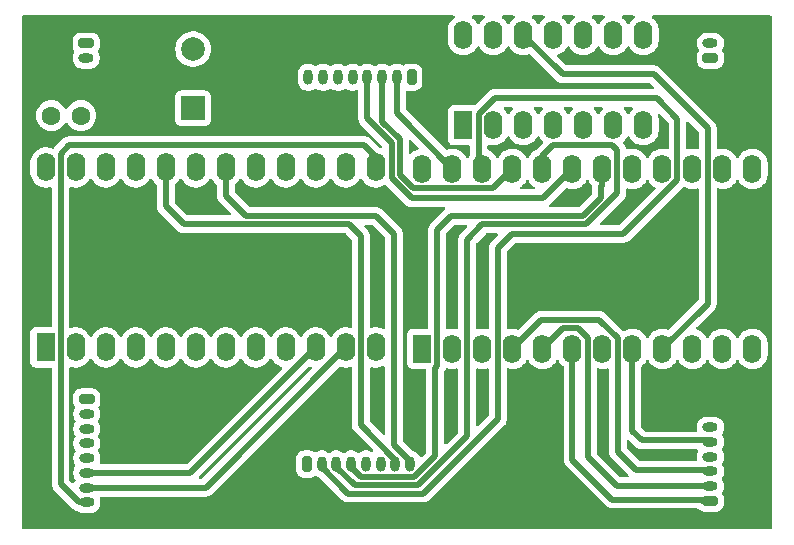
<source format=gbr>
%TF.GenerationSoftware,KiCad,Pcbnew,8.0.3*%
%TF.CreationDate,2024-07-14T22:50:11-07:00*%
%TF.ProjectId,Artemis ALU Module,41727465-6d69-4732-9041-4c55204d6f64,rev?*%
%TF.SameCoordinates,Original*%
%TF.FileFunction,Copper,L4,Bot*%
%TF.FilePolarity,Positive*%
%FSLAX46Y46*%
G04 Gerber Fmt 4.6, Leading zero omitted, Abs format (unit mm)*
G04 Created by KiCad (PCBNEW 8.0.3) date 2024-07-14 22:50:11*
%MOMM*%
%LPD*%
G01*
G04 APERTURE LIST*
G04 Aperture macros list*
%AMRoundRect*
0 Rectangle with rounded corners*
0 $1 Rounding radius*
0 $2 $3 $4 $5 $6 $7 $8 $9 X,Y pos of 4 corners*
0 Add a 4 corners polygon primitive as box body*
4,1,4,$2,$3,$4,$5,$6,$7,$8,$9,$2,$3,0*
0 Add four circle primitives for the rounded corners*
1,1,$1+$1,$2,$3*
1,1,$1+$1,$4,$5*
1,1,$1+$1,$6,$7*
1,1,$1+$1,$8,$9*
0 Add four rect primitives between the rounded corners*
20,1,$1+$1,$2,$3,$4,$5,0*
20,1,$1+$1,$4,$5,$6,$7,0*
20,1,$1+$1,$6,$7,$8,$9,0*
20,1,$1+$1,$8,$9,$2,$3,0*%
G04 Aperture macros list end*
%TA.AperFunction,ComponentPad*%
%ADD10R,1.600000X2.400000*%
%TD*%
%TA.AperFunction,ComponentPad*%
%ADD11O,1.600000X2.400000*%
%TD*%
%TA.AperFunction,ComponentPad*%
%ADD12RoundRect,0.200000X0.450000X-0.200000X0.450000X0.200000X-0.450000X0.200000X-0.450000X-0.200000X0*%
%TD*%
%TA.AperFunction,ComponentPad*%
%ADD13O,1.300000X0.800000*%
%TD*%
%TA.AperFunction,ComponentPad*%
%ADD14RoundRect,0.200000X-0.200000X-0.450000X0.200000X-0.450000X0.200000X0.450000X-0.200000X0.450000X0*%
%TD*%
%TA.AperFunction,ComponentPad*%
%ADD15O,0.800000X1.300000*%
%TD*%
%TA.AperFunction,ComponentPad*%
%ADD16RoundRect,0.200000X-0.450000X0.200000X-0.450000X-0.200000X0.450000X-0.200000X0.450000X0.200000X0*%
%TD*%
%TA.AperFunction,ComponentPad*%
%ADD17C,1.600000*%
%TD*%
%TA.AperFunction,ComponentPad*%
%ADD18RoundRect,0.200000X0.200000X0.450000X-0.200000X0.450000X-0.200000X-0.450000X0.200000X-0.450000X0*%
%TD*%
%TA.AperFunction,ComponentPad*%
%ADD19R,2.000000X2.000000*%
%TD*%
%TA.AperFunction,ComponentPad*%
%ADD20C,2.000000*%
%TD*%
%TA.AperFunction,Conductor*%
%ADD21C,0.500000*%
%TD*%
G04 APERTURE END LIST*
D10*
%TO.P,U3,1*%
%TO.N,/F7*%
X179375000Y-80300000D03*
D11*
%TO.P,U3,2*%
%TO.N,/F6*%
X181915000Y-80300000D03*
%TO.P,U3,3*%
%TO.N,/F5*%
X184455000Y-80300000D03*
%TO.P,U3,4*%
%TO.N,/F4*%
X186995000Y-80300000D03*
%TO.P,U3,5*%
%TO.N,/F3*%
X189535000Y-80300000D03*
%TO.P,U3,6*%
%TO.N,/F2*%
X192075000Y-80300000D03*
%TO.P,U3,7,GND*%
%TO.N,GNDREF*%
X194615000Y-80300000D03*
%TO.P,U3,8*%
%TO.N,/Zero flag*%
X194615000Y-72680000D03*
%TO.P,U3,9*%
%TO.N,N/C*%
X192075000Y-72680000D03*
%TO.P,U3,10*%
X189535000Y-72680000D03*
%TO.P,U3,11*%
%TO.N,/F1*%
X186995000Y-72680000D03*
%TO.P,U3,12*%
%TO.N,/F0*%
X184455000Y-72680000D03*
%TO.P,U3,13*%
%TO.N,N/C*%
X181915000Y-72680000D03*
%TO.P,U3,14,VCC*%
%TO.N,VCC*%
X179375000Y-72680000D03*
%TD*%
D12*
%TO.P,J4,1,Pin_1*%
%TO.N,/S0*%
X200300000Y-112125000D03*
D13*
%TO.P,J4,2,Pin_2*%
%TO.N,/S1*%
X200300000Y-110875000D03*
%TO.P,J4,3,Pin_3*%
%TO.N,/S2*%
X200300000Y-109625000D03*
%TO.P,J4,4,Pin_4*%
%TO.N,/S3*%
X200300000Y-108375000D03*
%TO.P,J4,5,Pin_5*%
%TO.N,/M*%
X200300000Y-107125000D03*
%TO.P,J4,6,Pin_6*%
%TO.N,/~{Cn}*%
X200300000Y-105875000D03*
%TD*%
D14*
%TO.P,J1,1,Pin_1*%
%TO.N,/B0*%
X166125000Y-109000000D03*
D15*
%TO.P,J1,2,Pin_2*%
%TO.N,/B1*%
X167375000Y-109000000D03*
%TO.P,J1,3,Pin_3*%
%TO.N,/B2*%
X168625000Y-109000000D03*
%TO.P,J1,4,Pin_4*%
%TO.N,/B3*%
X169875000Y-109000000D03*
%TO.P,J1,5,Pin_5*%
%TO.N,/B4*%
X171125000Y-109000000D03*
%TO.P,J1,6,Pin_6*%
%TO.N,/B5*%
X172375000Y-109000000D03*
%TO.P,J1,7,Pin_7*%
%TO.N,/B6*%
X173625000Y-109000000D03*
%TO.P,J1,8,Pin_8*%
%TO.N,/B7*%
X174875000Y-109000000D03*
%TD*%
D16*
%TO.P,J6,1,Pin_1*%
%TO.N,VCC*%
X147450000Y-73375000D03*
D13*
%TO.P,J6,2,Pin_2*%
%TO.N,GNDREF*%
X147450000Y-74625000D03*
%TD*%
D16*
%TO.P,J3,1,Pin_1*%
%TO.N,/F0*%
X147500000Y-103500000D03*
D13*
%TO.P,J3,2,Pin_2*%
%TO.N,/F1*%
X147500000Y-104750000D03*
%TO.P,J3,3,Pin_3*%
%TO.N,/F2*%
X147500000Y-106000000D03*
%TO.P,J3,4,Pin_4*%
%TO.N,/F3*%
X147500000Y-107250000D03*
%TO.P,J3,5,Pin_5*%
%TO.N,/F4*%
X147500000Y-108500000D03*
%TO.P,J3,6,Pin_6*%
%TO.N,/F5*%
X147500000Y-109750000D03*
%TO.P,J3,7,Pin_7*%
%TO.N,/F6*%
X147500000Y-111000000D03*
%TO.P,J3,8,Pin_8*%
%TO.N,/F7*%
X147500000Y-112250000D03*
%TD*%
D17*
%TO.P,C2,1*%
%TO.N,VCC*%
X147000000Y-79500000D03*
%TO.P,C2,2*%
%TO.N,GNDREF*%
X144500000Y-79500000D03*
%TD*%
D10*
%TO.P,U2,1,B0*%
%TO.N,/B0*%
X175920000Y-99240000D03*
D11*
%TO.P,U2,2,A0*%
%TO.N,/A0*%
X178460000Y-99240000D03*
%TO.P,U2,3,S3*%
%TO.N,/S3*%
X181000000Y-99240000D03*
%TO.P,U2,4,S2*%
%TO.N,/S2*%
X183540000Y-99240000D03*
%TO.P,U2,5,S1*%
%TO.N,/S1*%
X186080000Y-99240000D03*
%TO.P,U2,6,S0*%
%TO.N,/S0*%
X188620000Y-99240000D03*
%TO.P,U2,7,Cn*%
%TO.N,/~{Cn}*%
X191160000Y-99240000D03*
%TO.P,U2,8,M*%
%TO.N,/M*%
X193700000Y-99240000D03*
%TO.P,U2,9,F0*%
%TO.N,/F0*%
X196240000Y-99240000D03*
%TO.P,U2,10,F1*%
%TO.N,/F1*%
X198780000Y-99240000D03*
%TO.P,U2,11,F2*%
%TO.N,/F2*%
X201320000Y-99240000D03*
%TO.P,U2,12,GND*%
%TO.N,GNDREF*%
X203860000Y-99240000D03*
%TO.P,U2,13,F3*%
%TO.N,/F3*%
X203860000Y-84000000D03*
%TO.P,U2,14,A=B*%
%TO.N,unconnected-(U2-A=B-Pad14)*%
X201320000Y-84000000D03*
%TO.P,U2,15,X*%
%TO.N,unconnected-(U2-X-Pad15)*%
X198780000Y-84000000D03*
%TO.P,U2,16,Cn+4*%
%TO.N,Net-(U1-Cn)*%
X196240000Y-84000000D03*
%TO.P,U2,17,Y*%
%TO.N,unconnected-(U2-Y-Pad17)*%
X193700000Y-84000000D03*
%TO.P,U2,18,B3*%
%TO.N,/B3*%
X191160000Y-84000000D03*
%TO.P,U2,19,A3*%
%TO.N,/A3*%
X188620000Y-84000000D03*
%TO.P,U2,20,B2*%
%TO.N,/B2*%
X186080000Y-84000000D03*
%TO.P,U2,21,A2*%
%TO.N,/A2*%
X183540000Y-84000000D03*
%TO.P,U2,22,B1*%
%TO.N,/B1*%
X181000000Y-84000000D03*
%TO.P,U2,23,A1*%
%TO.N,/A1*%
X178460000Y-84000000D03*
%TO.P,U2,24,VCC*%
%TO.N,VCC*%
X175920000Y-84000000D03*
%TD*%
D12*
%TO.P,J5,1,Pin_1*%
%TO.N,/Zero flag*%
X200300000Y-74625000D03*
D13*
%TO.P,J5,2,Pin_2*%
%TO.N,/~{Carry flag}*%
X200300000Y-73375000D03*
%TD*%
D18*
%TO.P,J2,1,Pin_1*%
%TO.N,/A0*%
X175000000Y-76250000D03*
D15*
%TO.P,J2,2,Pin_2*%
%TO.N,/A1*%
X173750000Y-76250000D03*
%TO.P,J2,3,Pin_3*%
%TO.N,/A2*%
X172500000Y-76250000D03*
%TO.P,J2,4,Pin_4*%
%TO.N,/A3*%
X171250000Y-76250000D03*
%TO.P,J2,5,Pin_5*%
%TO.N,/A4*%
X170000000Y-76250000D03*
%TO.P,J2,6,Pin_6*%
%TO.N,/A5*%
X168750000Y-76250000D03*
%TO.P,J2,7,Pin_7*%
%TO.N,/A6*%
X167500000Y-76250000D03*
%TO.P,J2,8,Pin_8*%
%TO.N,/A7*%
X166250000Y-76250000D03*
%TD*%
D10*
%TO.P,U1,1,B0*%
%TO.N,/B4*%
X144025000Y-99125000D03*
D11*
%TO.P,U1,2,A0*%
%TO.N,/A4*%
X146565000Y-99125000D03*
%TO.P,U1,3,S3*%
%TO.N,/S3*%
X149105000Y-99125000D03*
%TO.P,U1,4,S2*%
%TO.N,/S2*%
X151645000Y-99125000D03*
%TO.P,U1,5,S1*%
%TO.N,/S1*%
X154185000Y-99125000D03*
%TO.P,U1,6,S0*%
%TO.N,/S0*%
X156725000Y-99125000D03*
%TO.P,U1,7,Cn*%
%TO.N,Net-(U1-Cn)*%
X159265000Y-99125000D03*
%TO.P,U1,8,M*%
%TO.N,/M*%
X161805000Y-99125000D03*
%TO.P,U1,9,F0*%
%TO.N,/F4*%
X164345000Y-99125000D03*
%TO.P,U1,10,F1*%
%TO.N,/F5*%
X166885000Y-99125000D03*
%TO.P,U1,11,F2*%
%TO.N,/F6*%
X169425000Y-99125000D03*
%TO.P,U1,12,GND*%
%TO.N,GNDREF*%
X171965000Y-99125000D03*
%TO.P,U1,13,F3*%
%TO.N,/F7*%
X171965000Y-83885000D03*
%TO.P,U1,14,A=B*%
%TO.N,unconnected-(U1-A=B-Pad14)*%
X169425000Y-83885000D03*
%TO.P,U1,15,X*%
%TO.N,unconnected-(U1-X-Pad15)*%
X166885000Y-83885000D03*
%TO.P,U1,16,Cn+4*%
%TO.N,/~{Carry flag}*%
X164345000Y-83885000D03*
%TO.P,U1,17,Y*%
%TO.N,unconnected-(U1-Y-Pad17)*%
X161805000Y-83885000D03*
%TO.P,U1,18,B3*%
%TO.N,/B7*%
X159265000Y-83885000D03*
%TO.P,U1,19,A3*%
%TO.N,/A7*%
X156725000Y-83885000D03*
%TO.P,U1,20,B2*%
%TO.N,/B6*%
X154185000Y-83885000D03*
%TO.P,U1,21,A2*%
%TO.N,/A6*%
X151645000Y-83885000D03*
%TO.P,U1,22,B1*%
%TO.N,/B5*%
X149105000Y-83885000D03*
%TO.P,U1,23,A1*%
%TO.N,/A5*%
X146565000Y-83885000D03*
%TO.P,U1,24,VCC*%
%TO.N,VCC*%
X144025000Y-83885000D03*
%TD*%
D19*
%TO.P,C1,1*%
%TO.N,VCC*%
X156500000Y-78867677D03*
D20*
%TO.P,C1,2*%
%TO.N,GNDREF*%
X156500000Y-73867677D03*
%TD*%
D21*
%TO.N,/F7*%
X147500000Y-112250000D02*
X146850000Y-112250000D01*
X145275000Y-82725000D02*
X146000000Y-82000000D01*
X171965000Y-83885000D02*
X171965000Y-82965000D01*
X145275000Y-110675000D02*
X145275000Y-82725000D01*
X146000000Y-82000000D02*
X171000000Y-82000000D01*
X171965000Y-82965000D02*
X171000000Y-82000000D01*
X146850000Y-112250000D02*
X145275000Y-110675000D01*
%TO.N,/S0*%
X188620000Y-108620000D02*
X188620000Y-99240000D01*
X199525000Y-112000000D02*
X192000000Y-112000000D01*
X199650000Y-112125000D02*
X199525000Y-112000000D01*
X188620000Y-108620000D02*
X192000000Y-112000000D01*
X200300000Y-112125000D02*
X199650000Y-112125000D01*
%TO.N,/S2*%
X192450000Y-107950000D02*
X192450000Y-98362233D01*
X192450000Y-98362233D02*
X190887767Y-96800000D01*
X199925000Y-109500000D02*
X194000000Y-109500000D01*
X192450000Y-107950000D02*
X194000000Y-109500000D01*
X200300000Y-109625000D02*
X200050000Y-109625000D01*
X190887767Y-96800000D02*
X185980000Y-96800000D01*
X185980000Y-96800000D02*
X183540000Y-99240000D01*
X200050000Y-109625000D02*
X199925000Y-109500000D01*
%TO.N,/M*%
X193700000Y-106200000D02*
X193700000Y-99240000D01*
X199925000Y-107000000D02*
X194500000Y-107000000D01*
X200050000Y-107125000D02*
X199925000Y-107000000D01*
X200300000Y-107125000D02*
X200050000Y-107125000D01*
X194500000Y-107000000D02*
X193700000Y-106200000D01*
%TO.N,/F6*%
X147500000Y-111000000D02*
X157550000Y-111000000D01*
X157550000Y-111000000D02*
X169425000Y-99125000D01*
%TO.N,/F5*%
X156260000Y-109750000D02*
X166885000Y-99125000D01*
X147500000Y-109750000D02*
X156260000Y-109750000D01*
%TO.N,/B6*%
X155700000Y-88700000D02*
X154185000Y-87185000D01*
X169700000Y-88700000D02*
X155700000Y-88700000D01*
X170715000Y-105715000D02*
X170715000Y-89715000D01*
X154185000Y-87185000D02*
X154185000Y-83885000D01*
X173625000Y-108625000D02*
X170715000Y-105715000D01*
X170715000Y-89715000D02*
X169700000Y-88700000D01*
X173625000Y-109000000D02*
X173625000Y-108625000D01*
%TO.N,/B7*%
X173500000Y-107375000D02*
X173500000Y-89500000D01*
X174875000Y-109000000D02*
X174875000Y-108750000D01*
X161000000Y-88000000D02*
X159265000Y-86265000D01*
X173500000Y-89500000D02*
X172000000Y-88000000D01*
X174875000Y-108750000D02*
X173500000Y-107375000D01*
X159265000Y-86265000D02*
X159265000Y-83885000D01*
X172000000Y-88000000D02*
X161000000Y-88000000D01*
%TO.N,/S1*%
X200300000Y-110875000D02*
X192375000Y-110875000D01*
X189910000Y-108410000D02*
X189910000Y-98362233D01*
X189047767Y-97500000D02*
X187820000Y-97500000D01*
X189910000Y-108410000D02*
X192375000Y-110875000D01*
X187820000Y-97500000D02*
X186080000Y-99240000D01*
X189910000Y-98362233D02*
X189047767Y-97500000D01*
%TO.N,/B2*%
X168625000Y-109250000D02*
X170175000Y-110800000D01*
X186080000Y-82920000D02*
X187000000Y-82000000D01*
X181000000Y-88700000D02*
X189789950Y-88700000D01*
X192410000Y-82410000D02*
X192000000Y-82000000D01*
X175517032Y-110800000D02*
X179710000Y-106607032D01*
X192410000Y-86079950D02*
X192410000Y-82410000D01*
X189789950Y-88700000D02*
X192410000Y-86079950D01*
X179710000Y-106607032D02*
X179710000Y-89990000D01*
X186080000Y-84000000D02*
X186080000Y-82920000D01*
X192000000Y-82000000D02*
X187000000Y-82000000D01*
X170175000Y-110800000D02*
X175517032Y-110800000D01*
X168625000Y-109000000D02*
X168625000Y-109250000D01*
X179710000Y-89990000D02*
X181000000Y-88700000D01*
%TO.N,/A3*%
X173300000Y-84800000D02*
X175000000Y-86500000D01*
X171250000Y-79739950D02*
X173300000Y-81789950D01*
X186120000Y-86500000D02*
X188620000Y-84000000D01*
X175000000Y-86500000D02*
X186120000Y-86500000D01*
X173300000Y-81789950D02*
X173300000Y-84800000D01*
X171250000Y-76250000D02*
X171250000Y-79739950D01*
%TO.N,/F0*%
X184455000Y-72680000D02*
X187775000Y-76000000D01*
X187775000Y-76000000D02*
X195500000Y-76000000D01*
X195500000Y-76000000D02*
X200070000Y-80570000D01*
X200070000Y-80570000D02*
X200070000Y-95410000D01*
X200070000Y-95410000D02*
X196240000Y-99240000D01*
%TO.N,/A2*%
X174000000Y-81500000D02*
X174000000Y-84500000D01*
X181890000Y-85650000D02*
X183540000Y-84000000D01*
X175150000Y-85650000D02*
X181890000Y-85650000D01*
X174000000Y-84500000D02*
X175150000Y-85650000D01*
X172500000Y-80000000D02*
X174000000Y-81500000D01*
X172500000Y-76250000D02*
X172500000Y-80000000D01*
%TO.N,/B1*%
X176000000Y-111500000D02*
X182290000Y-105210000D01*
X182290000Y-105210000D02*
X182290000Y-90710000D01*
X183500000Y-89500000D02*
X192907767Y-89500000D01*
X182047233Y-78000000D02*
X180665000Y-79382233D01*
X180665000Y-83665000D02*
X181000000Y-84000000D01*
X167375000Y-109250000D02*
X169625000Y-111500000D01*
X197500000Y-79750000D02*
X195750000Y-78000000D01*
X180665000Y-79382233D02*
X180665000Y-83665000D01*
X195750000Y-78000000D02*
X182047233Y-78000000D01*
X167375000Y-109000000D02*
X167375000Y-109250000D01*
X169625000Y-111500000D02*
X176000000Y-111500000D01*
X197500000Y-84907767D02*
X197500000Y-79750000D01*
X192907767Y-89500000D02*
X197500000Y-84907767D01*
X182290000Y-90710000D02*
X183500000Y-89500000D01*
%TO.N,/A1*%
X173750000Y-79290000D02*
X178460000Y-84000000D01*
X173750000Y-76250000D02*
X173750000Y-79290000D01*
%TO.N,/B3*%
X175227082Y-110100000D02*
X177000000Y-108327082D01*
X178340000Y-88000000D02*
X189500000Y-88000000D01*
X191160000Y-85340000D02*
X191160000Y-84000000D01*
X177000000Y-108327082D02*
X177000000Y-100890000D01*
X177000000Y-100890000D02*
X177170000Y-100720000D01*
X169875000Y-109000000D02*
X169875000Y-109250000D01*
X177170000Y-100720000D02*
X177170000Y-89170000D01*
X191000000Y-86500000D02*
X191000000Y-85500000D01*
X177170000Y-89170000D02*
X178340000Y-88000000D01*
X189500000Y-88000000D02*
X191000000Y-86500000D01*
X170725000Y-110100000D02*
X175227082Y-110100000D01*
X169875000Y-109250000D02*
X170725000Y-110100000D01*
X191000000Y-85500000D02*
X191160000Y-85340000D01*
%TD*%
%TA.AperFunction,NonConductor*%
G36*
X193849632Y-71019685D02*
G01*
X193895387Y-71072489D01*
X193905331Y-71141647D01*
X193876306Y-71205203D01*
X193855478Y-71224318D01*
X193767786Y-71288028D01*
X193623028Y-71432786D01*
X193502715Y-71598386D01*
X193455485Y-71691080D01*
X193407510Y-71741876D01*
X193339689Y-71758671D01*
X193273554Y-71736134D01*
X193234515Y-71691080D01*
X193233883Y-71689840D01*
X193187287Y-71598390D01*
X193179556Y-71587749D01*
X193066971Y-71432786D01*
X192922213Y-71288028D01*
X192834522Y-71224318D01*
X192791856Y-71168989D01*
X192785877Y-71099375D01*
X192818482Y-71037580D01*
X192879321Y-71003223D01*
X192907407Y-71000000D01*
X193782593Y-71000000D01*
X193849632Y-71019685D01*
G37*
%TD.AperFunction*%
%TA.AperFunction,NonConductor*%
G36*
X191309632Y-71019685D02*
G01*
X191355387Y-71072489D01*
X191365331Y-71141647D01*
X191336306Y-71205203D01*
X191315478Y-71224318D01*
X191227786Y-71288028D01*
X191083028Y-71432786D01*
X190962715Y-71598386D01*
X190915485Y-71691080D01*
X190867510Y-71741876D01*
X190799689Y-71758671D01*
X190733554Y-71736134D01*
X190694515Y-71691080D01*
X190693883Y-71689840D01*
X190647287Y-71598390D01*
X190639556Y-71587749D01*
X190526971Y-71432786D01*
X190382213Y-71288028D01*
X190294522Y-71224318D01*
X190251856Y-71168989D01*
X190245877Y-71099375D01*
X190278482Y-71037580D01*
X190339321Y-71003223D01*
X190367407Y-71000000D01*
X191242593Y-71000000D01*
X191309632Y-71019685D01*
G37*
%TD.AperFunction*%
%TA.AperFunction,NonConductor*%
G36*
X188769632Y-71019685D02*
G01*
X188815387Y-71072489D01*
X188825331Y-71141647D01*
X188796306Y-71205203D01*
X188775478Y-71224318D01*
X188687786Y-71288028D01*
X188543028Y-71432786D01*
X188422715Y-71598386D01*
X188375485Y-71691080D01*
X188327510Y-71741876D01*
X188259689Y-71758671D01*
X188193554Y-71736134D01*
X188154515Y-71691080D01*
X188153883Y-71689840D01*
X188107287Y-71598390D01*
X188099556Y-71587749D01*
X187986971Y-71432786D01*
X187842213Y-71288028D01*
X187754522Y-71224318D01*
X187711856Y-71168989D01*
X187705877Y-71099375D01*
X187738482Y-71037580D01*
X187799321Y-71003223D01*
X187827407Y-71000000D01*
X188702593Y-71000000D01*
X188769632Y-71019685D01*
G37*
%TD.AperFunction*%
%TA.AperFunction,NonConductor*%
G36*
X186229632Y-71019685D02*
G01*
X186275387Y-71072489D01*
X186285331Y-71141647D01*
X186256306Y-71205203D01*
X186235478Y-71224318D01*
X186147786Y-71288028D01*
X186003028Y-71432786D01*
X185882715Y-71598386D01*
X185835485Y-71691080D01*
X185787510Y-71741876D01*
X185719689Y-71758671D01*
X185653554Y-71736134D01*
X185614515Y-71691080D01*
X185613883Y-71689840D01*
X185567287Y-71598390D01*
X185559556Y-71587749D01*
X185446971Y-71432786D01*
X185302213Y-71288028D01*
X185214522Y-71224318D01*
X185171856Y-71168989D01*
X185165877Y-71099375D01*
X185198482Y-71037580D01*
X185259321Y-71003223D01*
X185287407Y-71000000D01*
X186162593Y-71000000D01*
X186229632Y-71019685D01*
G37*
%TD.AperFunction*%
%TA.AperFunction,NonConductor*%
G36*
X183689632Y-71019685D02*
G01*
X183735387Y-71072489D01*
X183745331Y-71141647D01*
X183716306Y-71205203D01*
X183695478Y-71224318D01*
X183607786Y-71288028D01*
X183463028Y-71432786D01*
X183342715Y-71598386D01*
X183295485Y-71691080D01*
X183247510Y-71741876D01*
X183179689Y-71758671D01*
X183113554Y-71736134D01*
X183074515Y-71691080D01*
X183073883Y-71689840D01*
X183027287Y-71598390D01*
X183019556Y-71587749D01*
X182906971Y-71432786D01*
X182762213Y-71288028D01*
X182674522Y-71224318D01*
X182631856Y-71168989D01*
X182625877Y-71099375D01*
X182658482Y-71037580D01*
X182719321Y-71003223D01*
X182747407Y-71000000D01*
X183622593Y-71000000D01*
X183689632Y-71019685D01*
G37*
%TD.AperFunction*%
%TA.AperFunction,NonConductor*%
G36*
X181149632Y-71019685D02*
G01*
X181195387Y-71072489D01*
X181205331Y-71141647D01*
X181176306Y-71205203D01*
X181155478Y-71224318D01*
X181067786Y-71288028D01*
X180923028Y-71432786D01*
X180802715Y-71598386D01*
X180755485Y-71691080D01*
X180707510Y-71741876D01*
X180639689Y-71758671D01*
X180573554Y-71736134D01*
X180534515Y-71691080D01*
X180533883Y-71689840D01*
X180487287Y-71598390D01*
X180479556Y-71587749D01*
X180366971Y-71432786D01*
X180222213Y-71288028D01*
X180134522Y-71224318D01*
X180091856Y-71168989D01*
X180085877Y-71099375D01*
X180118482Y-71037580D01*
X180179321Y-71003223D01*
X180207407Y-71000000D01*
X181082593Y-71000000D01*
X181149632Y-71019685D01*
G37*
%TD.AperFunction*%
%TA.AperFunction,NonConductor*%
G36*
X193692992Y-78770185D02*
G01*
X193738747Y-78822989D01*
X193748691Y-78892147D01*
X193719666Y-78955703D01*
X193713634Y-78962181D01*
X193623032Y-79052782D01*
X193623028Y-79052786D01*
X193502715Y-79218386D01*
X193455485Y-79311080D01*
X193407510Y-79361876D01*
X193339689Y-79378671D01*
X193273554Y-79356134D01*
X193234515Y-79311080D01*
X193233883Y-79309840D01*
X193187287Y-79218390D01*
X193130563Y-79140315D01*
X193066971Y-79052786D01*
X192976366Y-78962181D01*
X192942881Y-78900858D01*
X192947865Y-78831166D01*
X192989737Y-78775233D01*
X193055201Y-78750816D01*
X193064047Y-78750500D01*
X193625953Y-78750500D01*
X193692992Y-78770185D01*
G37*
%TD.AperFunction*%
%TA.AperFunction,NonConductor*%
G36*
X191152992Y-78770185D02*
G01*
X191198747Y-78822989D01*
X191208691Y-78892147D01*
X191179666Y-78955703D01*
X191173634Y-78962181D01*
X191083032Y-79052782D01*
X191083028Y-79052786D01*
X190962715Y-79218386D01*
X190915485Y-79311080D01*
X190867510Y-79361876D01*
X190799689Y-79378671D01*
X190733554Y-79356134D01*
X190694515Y-79311080D01*
X190693883Y-79309840D01*
X190647287Y-79218390D01*
X190590563Y-79140315D01*
X190526971Y-79052786D01*
X190436366Y-78962181D01*
X190402881Y-78900858D01*
X190407865Y-78831166D01*
X190449737Y-78775233D01*
X190515201Y-78750816D01*
X190524047Y-78750500D01*
X191085953Y-78750500D01*
X191152992Y-78770185D01*
G37*
%TD.AperFunction*%
%TA.AperFunction,NonConductor*%
G36*
X188612992Y-78770185D02*
G01*
X188658747Y-78822989D01*
X188668691Y-78892147D01*
X188639666Y-78955703D01*
X188633634Y-78962181D01*
X188543032Y-79052782D01*
X188543028Y-79052786D01*
X188422715Y-79218386D01*
X188375485Y-79311080D01*
X188327510Y-79361876D01*
X188259689Y-79378671D01*
X188193554Y-79356134D01*
X188154515Y-79311080D01*
X188153883Y-79309840D01*
X188107287Y-79218390D01*
X188050563Y-79140315D01*
X187986971Y-79052786D01*
X187896366Y-78962181D01*
X187862881Y-78900858D01*
X187867865Y-78831166D01*
X187909737Y-78775233D01*
X187975201Y-78750816D01*
X187984047Y-78750500D01*
X188545953Y-78750500D01*
X188612992Y-78770185D01*
G37*
%TD.AperFunction*%
%TA.AperFunction,NonConductor*%
G36*
X186072992Y-78770185D02*
G01*
X186118747Y-78822989D01*
X186128691Y-78892147D01*
X186099666Y-78955703D01*
X186093634Y-78962181D01*
X186003032Y-79052782D01*
X186003028Y-79052786D01*
X185882715Y-79218386D01*
X185835485Y-79311080D01*
X185787510Y-79361876D01*
X185719689Y-79378671D01*
X185653554Y-79356134D01*
X185614515Y-79311080D01*
X185613883Y-79309840D01*
X185567287Y-79218390D01*
X185510563Y-79140315D01*
X185446971Y-79052786D01*
X185356366Y-78962181D01*
X185322881Y-78900858D01*
X185327865Y-78831166D01*
X185369737Y-78775233D01*
X185435201Y-78750816D01*
X185444047Y-78750500D01*
X186005953Y-78750500D01*
X186072992Y-78770185D01*
G37*
%TD.AperFunction*%
%TA.AperFunction,NonConductor*%
G36*
X183532992Y-78770185D02*
G01*
X183578747Y-78822989D01*
X183588691Y-78892147D01*
X183559666Y-78955703D01*
X183553634Y-78962181D01*
X183463032Y-79052782D01*
X183463028Y-79052786D01*
X183342715Y-79218386D01*
X183295485Y-79311080D01*
X183247510Y-79361876D01*
X183179689Y-79378671D01*
X183113554Y-79356134D01*
X183074515Y-79311080D01*
X183073883Y-79309840D01*
X183027287Y-79218390D01*
X182970563Y-79140315D01*
X182906971Y-79052786D01*
X182816366Y-78962181D01*
X182782881Y-78900858D01*
X182787865Y-78831166D01*
X182829737Y-78775233D01*
X182895201Y-78750816D01*
X182904047Y-78750500D01*
X183465953Y-78750500D01*
X183532992Y-78770185D01*
G37*
%TD.AperFunction*%
%TA.AperFunction,NonConductor*%
G36*
X198455703Y-80017517D02*
G01*
X198462181Y-80023549D01*
X199283181Y-80844549D01*
X199316666Y-80905872D01*
X199319500Y-80932230D01*
X199319500Y-82237196D01*
X199299815Y-82304235D01*
X199247011Y-82349990D01*
X199177853Y-82359934D01*
X199157182Y-82355127D01*
X199084537Y-82331523D01*
X198884978Y-82299916D01*
X198882352Y-82299500D01*
X198677648Y-82299500D01*
X198675022Y-82299916D01*
X198475464Y-82331523D01*
X198475461Y-82331523D01*
X198412818Y-82351878D01*
X198342977Y-82353873D01*
X198283144Y-82317793D01*
X198252316Y-82255092D01*
X198250500Y-82233947D01*
X198250500Y-80111230D01*
X198270185Y-80044191D01*
X198322989Y-79998436D01*
X198392147Y-79988492D01*
X198455703Y-80017517D01*
G37*
%TD.AperFunction*%
%TA.AperFunction,NonConductor*%
G36*
X174955703Y-81557517D02*
G01*
X174962181Y-81563549D01*
X175558946Y-82160314D01*
X175592431Y-82221637D01*
X175587447Y-82291329D01*
X175545575Y-82347262D01*
X175509584Y-82365926D01*
X175420776Y-82394781D01*
X175238386Y-82487715D01*
X175072786Y-82608028D01*
X175072782Y-82608032D01*
X174962181Y-82718634D01*
X174900858Y-82752119D01*
X174831166Y-82747135D01*
X174775233Y-82705263D01*
X174750816Y-82639799D01*
X174750500Y-82630953D01*
X174750500Y-81651230D01*
X174770185Y-81584191D01*
X174822989Y-81538436D01*
X174892147Y-81528492D01*
X174955703Y-81557517D01*
G37*
%TD.AperFunction*%
%TA.AperFunction,NonConductor*%
G36*
X196016462Y-79340703D02*
G01*
X196055874Y-79367242D01*
X196713181Y-80024549D01*
X196746666Y-80085872D01*
X196749500Y-80112230D01*
X196749500Y-82227448D01*
X196729815Y-82294487D01*
X196677011Y-82340242D01*
X196607853Y-82350186D01*
X196587183Y-82345379D01*
X196544542Y-82331524D01*
X196544535Y-82331523D01*
X196443443Y-82315511D01*
X196342352Y-82299500D01*
X196137648Y-82299500D01*
X196135022Y-82299916D01*
X195935465Y-82331522D01*
X195740776Y-82394781D01*
X195558386Y-82487715D01*
X195392786Y-82608028D01*
X195248028Y-82752786D01*
X195127715Y-82918386D01*
X195080485Y-83011080D01*
X195032510Y-83061876D01*
X194964689Y-83078671D01*
X194898554Y-83056134D01*
X194859515Y-83011080D01*
X194846622Y-82985776D01*
X194812287Y-82918390D01*
X194782011Y-82876718D01*
X194691971Y-82752786D01*
X194547213Y-82608028D01*
X194381613Y-82487715D01*
X194381612Y-82487714D01*
X194381610Y-82487713D01*
X194324653Y-82458691D01*
X194199223Y-82394781D01*
X194004534Y-82331522D01*
X193804978Y-82299916D01*
X193802352Y-82299500D01*
X193597648Y-82299500D01*
X193595022Y-82299916D01*
X193395464Y-82331523D01*
X193395457Y-82331524D01*
X193306622Y-82360388D01*
X193236781Y-82362383D01*
X193176948Y-82326302D01*
X193146688Y-82266646D01*
X193144355Y-82254916D01*
X193131659Y-82191088D01*
X193098518Y-82111080D01*
X193098518Y-82111079D01*
X193075085Y-82054506D01*
X193075083Y-82054503D01*
X192992954Y-81931588D01*
X192992948Y-81931580D01*
X192925457Y-81864089D01*
X192891972Y-81802766D01*
X192896956Y-81733074D01*
X192925453Y-81688731D01*
X193066966Y-81547219D01*
X193187287Y-81381610D01*
X193234516Y-81288917D01*
X193282489Y-81238123D01*
X193350310Y-81221328D01*
X193416445Y-81243865D01*
X193455485Y-81288919D01*
X193502715Y-81381614D01*
X193623028Y-81547213D01*
X193767786Y-81691971D01*
X193895477Y-81784742D01*
X193933390Y-81812287D01*
X194022212Y-81857544D01*
X194115776Y-81905218D01*
X194115778Y-81905218D01*
X194115781Y-81905220D01*
X194220137Y-81939127D01*
X194310465Y-81968477D01*
X194411557Y-81984488D01*
X194512648Y-82000500D01*
X194512649Y-82000500D01*
X194717351Y-82000500D01*
X194717352Y-82000500D01*
X194919534Y-81968477D01*
X195114219Y-81905220D01*
X195296610Y-81812287D01*
X195405638Y-81733074D01*
X195462213Y-81691971D01*
X195462215Y-81691968D01*
X195462219Y-81691966D01*
X195606966Y-81547219D01*
X195606968Y-81547215D01*
X195606971Y-81547213D01*
X195701537Y-81417052D01*
X195727287Y-81381610D01*
X195820220Y-81199219D01*
X195883477Y-81004534D01*
X195915500Y-80802352D01*
X195915500Y-79797648D01*
X195904262Y-79726697D01*
X195883477Y-79595465D01*
X195868676Y-79549915D01*
X195850261Y-79493240D01*
X195848267Y-79423401D01*
X195884347Y-79363568D01*
X195947047Y-79332739D01*
X196016462Y-79340703D01*
G37*
%TD.AperFunction*%
%TA.AperFunction,NonConductor*%
G36*
X185796445Y-81243865D02*
G01*
X185835485Y-81288919D01*
X185882715Y-81381614D01*
X186003028Y-81547213D01*
X186109542Y-81653727D01*
X186143027Y-81715050D01*
X186138043Y-81784742D01*
X186109542Y-81829089D01*
X185519375Y-82419255D01*
X185487990Y-82442058D01*
X185398388Y-82487713D01*
X185232786Y-82608028D01*
X185088028Y-82752786D01*
X184967715Y-82918386D01*
X184920485Y-83011080D01*
X184872510Y-83061876D01*
X184804689Y-83078671D01*
X184738554Y-83056134D01*
X184699515Y-83011080D01*
X184686622Y-82985776D01*
X184652287Y-82918390D01*
X184622011Y-82876718D01*
X184531971Y-82752786D01*
X184387213Y-82608028D01*
X184221613Y-82487715D01*
X184221612Y-82487714D01*
X184221610Y-82487713D01*
X184164653Y-82458691D01*
X184039223Y-82394781D01*
X183844534Y-82331522D01*
X183644978Y-82299916D01*
X183642352Y-82299500D01*
X183437648Y-82299500D01*
X183435022Y-82299916D01*
X183235465Y-82331522D01*
X183040776Y-82394781D01*
X182858386Y-82487715D01*
X182692786Y-82608028D01*
X182548028Y-82752786D01*
X182427715Y-82918386D01*
X182380485Y-83011080D01*
X182332510Y-83061876D01*
X182264689Y-83078671D01*
X182198554Y-83056134D01*
X182159515Y-83011080D01*
X182146622Y-82985776D01*
X182112287Y-82918390D01*
X182082011Y-82876718D01*
X181991971Y-82752786D01*
X181847213Y-82608028D01*
X181681613Y-82487715D01*
X181681612Y-82487714D01*
X181681610Y-82487713D01*
X181622409Y-82457548D01*
X181499217Y-82394778D01*
X181494726Y-82392919D01*
X181495343Y-82391427D01*
X181443503Y-82355976D01*
X181416308Y-82291616D01*
X181415500Y-82277487D01*
X181415500Y-82075800D01*
X181435185Y-82008761D01*
X181487989Y-81963006D01*
X181557147Y-81953062D01*
X181577820Y-81957870D01*
X181610458Y-81968475D01*
X181610461Y-81968475D01*
X181610466Y-81968477D01*
X181812648Y-82000500D01*
X181812649Y-82000500D01*
X182017351Y-82000500D01*
X182017352Y-82000500D01*
X182219534Y-81968477D01*
X182414219Y-81905220D01*
X182596610Y-81812287D01*
X182705638Y-81733074D01*
X182762213Y-81691971D01*
X182762215Y-81691968D01*
X182762219Y-81691966D01*
X182906966Y-81547219D01*
X182906968Y-81547215D01*
X182906971Y-81547213D01*
X183027284Y-81381614D01*
X183027285Y-81381613D01*
X183027287Y-81381610D01*
X183074516Y-81288917D01*
X183122489Y-81238123D01*
X183190310Y-81221328D01*
X183256445Y-81243865D01*
X183295485Y-81288919D01*
X183342715Y-81381614D01*
X183463028Y-81547213D01*
X183607786Y-81691971D01*
X183735477Y-81784742D01*
X183773390Y-81812287D01*
X183862212Y-81857544D01*
X183955776Y-81905218D01*
X183955778Y-81905218D01*
X183955781Y-81905220D01*
X184060137Y-81939127D01*
X184150465Y-81968477D01*
X184251557Y-81984488D01*
X184352648Y-82000500D01*
X184352649Y-82000500D01*
X184557351Y-82000500D01*
X184557352Y-82000500D01*
X184759534Y-81968477D01*
X184954219Y-81905220D01*
X185136610Y-81812287D01*
X185245638Y-81733074D01*
X185302213Y-81691971D01*
X185302215Y-81691968D01*
X185302219Y-81691966D01*
X185446966Y-81547219D01*
X185446968Y-81547215D01*
X185446971Y-81547213D01*
X185567284Y-81381614D01*
X185567285Y-81381613D01*
X185567287Y-81381610D01*
X185614516Y-81288917D01*
X185662489Y-81238123D01*
X185730310Y-81221328D01*
X185796445Y-81243865D01*
G37*
%TD.AperFunction*%
%TA.AperFunction,NonConductor*%
G36*
X184881445Y-84943865D02*
G01*
X184920485Y-84988919D01*
X184967715Y-85081614D01*
X185088028Y-85247213D01*
X185232786Y-85391971D01*
X185398388Y-85512286D01*
X185403745Y-85515016D01*
X185454541Y-85562991D01*
X185471335Y-85630812D01*
X185448797Y-85696947D01*
X185394081Y-85740398D01*
X185347449Y-85749500D01*
X184272551Y-85749500D01*
X184205512Y-85729815D01*
X184159757Y-85677011D01*
X184149813Y-85607853D01*
X184178838Y-85544297D01*
X184216255Y-85515016D01*
X184218923Y-85513655D01*
X184221610Y-85512287D01*
X184340262Y-85426082D01*
X184387213Y-85391971D01*
X184387215Y-85391968D01*
X184387219Y-85391966D01*
X184531966Y-85247219D01*
X184531968Y-85247215D01*
X184531971Y-85247213D01*
X184652284Y-85081614D01*
X184652285Y-85081613D01*
X184652287Y-85081610D01*
X184699516Y-84988917D01*
X184747489Y-84938123D01*
X184815310Y-84921328D01*
X184881445Y-84943865D01*
G37*
%TD.AperFunction*%
%TA.AperFunction,NonConductor*%
G36*
X189961445Y-84943865D02*
G01*
X190000485Y-84988919D01*
X190047715Y-85081614D01*
X190168028Y-85247213D01*
X190218792Y-85297977D01*
X190252277Y-85359300D01*
X190252729Y-85409847D01*
X190249500Y-85426081D01*
X190249500Y-86137770D01*
X190229815Y-86204809D01*
X190213181Y-86225451D01*
X189225451Y-87213181D01*
X189164128Y-87246666D01*
X189137770Y-87249500D01*
X186731230Y-87249500D01*
X186664191Y-87229815D01*
X186618436Y-87177011D01*
X186608492Y-87107853D01*
X186637517Y-87044297D01*
X186643549Y-87037819D01*
X186937954Y-86743414D01*
X188033363Y-85648003D01*
X188094684Y-85614520D01*
X188159359Y-85617754D01*
X188242817Y-85644872D01*
X188315465Y-85668477D01*
X188414470Y-85684158D01*
X188517648Y-85700500D01*
X188517649Y-85700500D01*
X188722351Y-85700500D01*
X188722352Y-85700500D01*
X188924534Y-85668477D01*
X189119219Y-85605220D01*
X189301610Y-85512287D01*
X189420262Y-85426082D01*
X189467213Y-85391971D01*
X189467215Y-85391968D01*
X189467219Y-85391966D01*
X189611966Y-85247219D01*
X189611968Y-85247215D01*
X189611971Y-85247213D01*
X189732284Y-85081614D01*
X189732285Y-85081613D01*
X189732287Y-85081610D01*
X189779516Y-84988917D01*
X189827489Y-84938123D01*
X189895310Y-84921328D01*
X189961445Y-84943865D01*
G37*
%TD.AperFunction*%
%TA.AperFunction,NonConductor*%
G36*
X158066445Y-84828865D02*
G01*
X158105485Y-84873919D01*
X158152715Y-84966614D01*
X158273028Y-85132213D01*
X158273034Y-85132219D01*
X158417781Y-85276966D01*
X158463384Y-85310098D01*
X158506050Y-85365425D01*
X158514500Y-85410416D01*
X158514500Y-86338918D01*
X158514500Y-86338920D01*
X158514499Y-86338920D01*
X158543340Y-86483907D01*
X158543343Y-86483917D01*
X158599913Y-86620490D01*
X158599914Y-86620492D01*
X158628251Y-86662901D01*
X158628252Y-86662903D01*
X158682045Y-86743414D01*
X158682049Y-86743418D01*
X159676452Y-87737819D01*
X159709937Y-87799142D01*
X159704953Y-87868833D01*
X159663082Y-87924767D01*
X159597617Y-87949184D01*
X159588771Y-87949500D01*
X156062229Y-87949500D01*
X155995190Y-87929815D01*
X155974548Y-87913181D01*
X154971819Y-86910451D01*
X154938334Y-86849128D01*
X154935500Y-86822770D01*
X154935500Y-85410416D01*
X154955185Y-85343377D01*
X154986613Y-85310099D01*
X155032219Y-85276966D01*
X155176966Y-85132219D01*
X155176968Y-85132215D01*
X155176971Y-85132213D01*
X155297284Y-84966614D01*
X155297285Y-84966613D01*
X155297287Y-84966610D01*
X155344516Y-84873917D01*
X155392489Y-84823123D01*
X155460310Y-84806328D01*
X155526445Y-84828865D01*
X155565485Y-84873919D01*
X155612715Y-84966614D01*
X155733028Y-85132213D01*
X155877786Y-85276971D01*
X156019424Y-85379875D01*
X156043390Y-85397287D01*
X156152191Y-85452724D01*
X156225776Y-85490218D01*
X156225778Y-85490218D01*
X156225781Y-85490220D01*
X156330137Y-85524127D01*
X156420465Y-85553477D01*
X156480534Y-85562991D01*
X156622648Y-85585500D01*
X156622649Y-85585500D01*
X156827351Y-85585500D01*
X156827352Y-85585500D01*
X157029534Y-85553477D01*
X157224219Y-85490220D01*
X157406610Y-85397287D01*
X157543300Y-85297977D01*
X157572213Y-85276971D01*
X157572215Y-85276968D01*
X157572219Y-85276966D01*
X157716966Y-85132219D01*
X157716968Y-85132215D01*
X157716971Y-85132213D01*
X157837284Y-84966614D01*
X157837285Y-84966613D01*
X157837287Y-84966610D01*
X157884516Y-84873917D01*
X157932489Y-84823123D01*
X158000310Y-84806328D01*
X158066445Y-84828865D01*
G37*
%TD.AperFunction*%
%TA.AperFunction,NonConductor*%
G36*
X195041445Y-84943865D02*
G01*
X195080485Y-84988919D01*
X195127715Y-85081614D01*
X195248028Y-85247213D01*
X195392786Y-85391971D01*
X195558385Y-85512284D01*
X195558387Y-85512285D01*
X195558390Y-85512287D01*
X195588974Y-85527870D01*
X195639770Y-85575843D01*
X195656566Y-85643664D01*
X195634030Y-85709799D01*
X195620361Y-85726036D01*
X192633218Y-88713181D01*
X192571895Y-88746666D01*
X192545537Y-88749500D01*
X191101180Y-88749500D01*
X191034141Y-88729815D01*
X190988386Y-88677011D01*
X190978442Y-88607853D01*
X191007467Y-88544297D01*
X191013499Y-88537819D01*
X192992948Y-86558369D01*
X192992947Y-86558369D01*
X192992951Y-86558366D01*
X193075084Y-86435445D01*
X193131658Y-86298863D01*
X193150367Y-86204809D01*
X193160500Y-86153870D01*
X193160500Y-85762803D01*
X193180185Y-85695764D01*
X193232989Y-85650009D01*
X193302147Y-85640065D01*
X193322812Y-85644870D01*
X193348024Y-85653062D01*
X193395465Y-85668477D01*
X193494470Y-85684158D01*
X193597648Y-85700500D01*
X193597649Y-85700500D01*
X193802351Y-85700500D01*
X193802352Y-85700500D01*
X194004534Y-85668477D01*
X194199219Y-85605220D01*
X194381610Y-85512287D01*
X194500262Y-85426082D01*
X194547213Y-85391971D01*
X194547215Y-85391968D01*
X194547219Y-85391966D01*
X194691966Y-85247219D01*
X194691968Y-85247215D01*
X194691971Y-85247213D01*
X194812284Y-85081614D01*
X194812285Y-85081613D01*
X194812287Y-85081610D01*
X194859516Y-84988917D01*
X194907489Y-84938123D01*
X194975310Y-84921328D01*
X195041445Y-84943865D01*
G37*
%TD.AperFunction*%
%TA.AperFunction,NonConductor*%
G36*
X171704809Y-88770185D02*
G01*
X171725451Y-88786819D01*
X172713181Y-89774548D01*
X172746666Y-89835871D01*
X172749500Y-89862229D01*
X172749500Y-97462788D01*
X172729815Y-97529827D01*
X172677011Y-97575582D01*
X172607853Y-97585526D01*
X172569205Y-97573273D01*
X172464223Y-97519781D01*
X172269534Y-97456522D01*
X172094995Y-97428878D01*
X172067352Y-97424500D01*
X171862648Y-97424500D01*
X171822184Y-97430909D01*
X171660464Y-97456523D01*
X171660457Y-97456524D01*
X171627817Y-97467130D01*
X171557976Y-97469125D01*
X171498143Y-97433044D01*
X171467316Y-97370343D01*
X171465500Y-97349199D01*
X171465500Y-89641079D01*
X171436659Y-89496092D01*
X171436658Y-89496091D01*
X171436658Y-89496087D01*
X171425929Y-89470185D01*
X171380087Y-89359511D01*
X171380085Y-89359507D01*
X171380084Y-89359505D01*
X171328933Y-89282952D01*
X171327684Y-89281082D01*
X171297954Y-89236586D01*
X171023549Y-88962181D01*
X170990064Y-88900858D01*
X170995048Y-88831166D01*
X171036920Y-88775233D01*
X171102384Y-88750816D01*
X171111230Y-88750500D01*
X171637770Y-88750500D01*
X171704809Y-88770185D01*
G37*
%TD.AperFunction*%
%TA.AperFunction,NonConductor*%
G36*
X179655810Y-88770185D02*
G01*
X179701565Y-88822989D01*
X179711509Y-88892147D01*
X179682484Y-88955703D01*
X179676452Y-88962181D01*
X179127048Y-89511583D01*
X179113253Y-89532230D01*
X179085399Y-89573918D01*
X179073219Y-89592147D01*
X179044916Y-89634504D01*
X179044912Y-89634511D01*
X178988343Y-89771082D01*
X178988340Y-89771092D01*
X178959500Y-89916079D01*
X178959500Y-97464199D01*
X178939815Y-97531238D01*
X178887011Y-97576993D01*
X178817853Y-97586937D01*
X178797183Y-97582130D01*
X178764542Y-97571524D01*
X178764535Y-97571523D01*
X178631802Y-97550500D01*
X178562352Y-97539500D01*
X178357648Y-97539500D01*
X178317184Y-97545909D01*
X178155464Y-97571523D01*
X178155461Y-97571523D01*
X178082818Y-97595127D01*
X178012977Y-97597122D01*
X177953144Y-97561042D01*
X177922316Y-97498341D01*
X177920500Y-97477196D01*
X177920500Y-89532230D01*
X177940185Y-89465191D01*
X177956819Y-89444549D01*
X178614549Y-88786819D01*
X178675872Y-88753334D01*
X178702230Y-88750500D01*
X179588771Y-88750500D01*
X179655810Y-88770185D01*
G37*
%TD.AperFunction*%
%TA.AperFunction,NonConductor*%
G36*
X182255809Y-89470185D02*
G01*
X182301564Y-89522989D01*
X182311508Y-89592147D01*
X182282483Y-89655703D01*
X182276451Y-89662181D01*
X181707052Y-90231578D01*
X181707049Y-90231581D01*
X181662702Y-90297951D01*
X181662703Y-90297952D01*
X181624914Y-90354508D01*
X181568343Y-90491082D01*
X181568340Y-90491092D01*
X181539500Y-90636079D01*
X181539500Y-97477196D01*
X181519815Y-97544235D01*
X181467011Y-97589990D01*
X181397853Y-97599934D01*
X181377182Y-97595127D01*
X181304537Y-97571523D01*
X181132247Y-97544235D01*
X181102352Y-97539500D01*
X180897648Y-97539500D01*
X180857184Y-97545909D01*
X180695464Y-97571523D01*
X180695461Y-97571523D01*
X180622818Y-97595127D01*
X180552977Y-97597122D01*
X180493144Y-97561042D01*
X180462316Y-97498341D01*
X180460500Y-97477196D01*
X180460500Y-90352229D01*
X180480185Y-90285190D01*
X180496819Y-90264548D01*
X181274548Y-89486819D01*
X181335871Y-89453334D01*
X181362229Y-89450500D01*
X182188770Y-89450500D01*
X182255809Y-89470185D01*
G37*
%TD.AperFunction*%
%TA.AperFunction,NonConductor*%
G36*
X152986445Y-84828865D02*
G01*
X153025485Y-84873919D01*
X153072715Y-84966614D01*
X153193028Y-85132213D01*
X153193034Y-85132219D01*
X153337781Y-85276966D01*
X153383384Y-85310098D01*
X153426050Y-85365425D01*
X153434500Y-85410416D01*
X153434500Y-87258918D01*
X153434500Y-87258920D01*
X153434499Y-87258920D01*
X153463340Y-87403907D01*
X153463343Y-87403917D01*
X153519914Y-87540492D01*
X153552812Y-87589727D01*
X153552813Y-87589730D01*
X153602046Y-87663414D01*
X153602052Y-87663421D01*
X155117049Y-89178416D01*
X155221584Y-89282951D01*
X155221587Y-89282953D01*
X155221588Y-89282954D01*
X155344503Y-89365083D01*
X155344506Y-89365085D01*
X155401079Y-89388518D01*
X155401080Y-89388518D01*
X155481088Y-89421659D01*
X155597241Y-89444763D01*
X155616468Y-89448587D01*
X155626081Y-89450500D01*
X155626082Y-89450500D01*
X155626083Y-89450500D01*
X155773918Y-89450500D01*
X169337770Y-89450500D01*
X169404809Y-89470185D01*
X169425451Y-89486819D01*
X169928181Y-89989549D01*
X169961666Y-90050872D01*
X169964500Y-90077230D01*
X169964500Y-97362196D01*
X169944815Y-97429235D01*
X169892011Y-97474990D01*
X169822853Y-97484934D01*
X169802182Y-97480127D01*
X169729537Y-97456523D01*
X169557247Y-97429235D01*
X169527352Y-97424500D01*
X169322648Y-97424500D01*
X169298329Y-97428351D01*
X169120465Y-97456522D01*
X168925776Y-97519781D01*
X168743386Y-97612715D01*
X168577786Y-97733028D01*
X168433028Y-97877786D01*
X168312715Y-98043386D01*
X168265485Y-98136080D01*
X168217510Y-98186876D01*
X168149689Y-98203671D01*
X168083554Y-98181134D01*
X168044515Y-98136080D01*
X168043883Y-98134840D01*
X167997287Y-98043390D01*
X167989556Y-98032749D01*
X167876971Y-97877786D01*
X167732213Y-97733028D01*
X167566613Y-97612715D01*
X167566612Y-97612714D01*
X167566610Y-97612713D01*
X167496506Y-97576993D01*
X167384223Y-97519781D01*
X167189534Y-97456522D01*
X167014995Y-97428878D01*
X166987352Y-97424500D01*
X166782648Y-97424500D01*
X166758329Y-97428351D01*
X166580465Y-97456522D01*
X166385776Y-97519781D01*
X166203386Y-97612715D01*
X166037786Y-97733028D01*
X165893028Y-97877786D01*
X165772715Y-98043386D01*
X165725485Y-98136080D01*
X165677510Y-98186876D01*
X165609689Y-98203671D01*
X165543554Y-98181134D01*
X165504515Y-98136080D01*
X165503883Y-98134840D01*
X165457287Y-98043390D01*
X165449556Y-98032749D01*
X165336971Y-97877786D01*
X165192213Y-97733028D01*
X165026613Y-97612715D01*
X165026612Y-97612714D01*
X165026610Y-97612713D01*
X164956506Y-97576993D01*
X164844223Y-97519781D01*
X164649534Y-97456522D01*
X164474995Y-97428878D01*
X164447352Y-97424500D01*
X164242648Y-97424500D01*
X164218329Y-97428351D01*
X164040465Y-97456522D01*
X163845776Y-97519781D01*
X163663386Y-97612715D01*
X163497786Y-97733028D01*
X163353028Y-97877786D01*
X163232715Y-98043386D01*
X163185485Y-98136080D01*
X163137510Y-98186876D01*
X163069689Y-98203671D01*
X163003554Y-98181134D01*
X162964515Y-98136080D01*
X162963883Y-98134840D01*
X162917287Y-98043390D01*
X162909556Y-98032749D01*
X162796971Y-97877786D01*
X162652213Y-97733028D01*
X162486613Y-97612715D01*
X162486612Y-97612714D01*
X162486610Y-97612713D01*
X162416506Y-97576993D01*
X162304223Y-97519781D01*
X162109534Y-97456522D01*
X161934995Y-97428878D01*
X161907352Y-97424500D01*
X161702648Y-97424500D01*
X161678329Y-97428351D01*
X161500465Y-97456522D01*
X161305776Y-97519781D01*
X161123386Y-97612715D01*
X160957786Y-97733028D01*
X160813028Y-97877786D01*
X160692715Y-98043386D01*
X160645485Y-98136080D01*
X160597510Y-98186876D01*
X160529689Y-98203671D01*
X160463554Y-98181134D01*
X160424515Y-98136080D01*
X160423883Y-98134840D01*
X160377287Y-98043390D01*
X160369556Y-98032749D01*
X160256971Y-97877786D01*
X160112213Y-97733028D01*
X159946613Y-97612715D01*
X159946612Y-97612714D01*
X159946610Y-97612713D01*
X159876506Y-97576993D01*
X159764223Y-97519781D01*
X159569534Y-97456522D01*
X159394995Y-97428878D01*
X159367352Y-97424500D01*
X159162648Y-97424500D01*
X159138329Y-97428351D01*
X158960465Y-97456522D01*
X158765776Y-97519781D01*
X158583386Y-97612715D01*
X158417786Y-97733028D01*
X158273028Y-97877786D01*
X158152715Y-98043386D01*
X158105485Y-98136080D01*
X158057510Y-98186876D01*
X157989689Y-98203671D01*
X157923554Y-98181134D01*
X157884515Y-98136080D01*
X157883883Y-98134840D01*
X157837287Y-98043390D01*
X157829556Y-98032749D01*
X157716971Y-97877786D01*
X157572213Y-97733028D01*
X157406613Y-97612715D01*
X157406612Y-97612714D01*
X157406610Y-97612713D01*
X157336506Y-97576993D01*
X157224223Y-97519781D01*
X157029534Y-97456522D01*
X156854995Y-97428878D01*
X156827352Y-97424500D01*
X156622648Y-97424500D01*
X156598329Y-97428351D01*
X156420465Y-97456522D01*
X156225776Y-97519781D01*
X156043386Y-97612715D01*
X155877786Y-97733028D01*
X155733028Y-97877786D01*
X155612715Y-98043386D01*
X155565485Y-98136080D01*
X155517510Y-98186876D01*
X155449689Y-98203671D01*
X155383554Y-98181134D01*
X155344515Y-98136080D01*
X155343883Y-98134840D01*
X155297287Y-98043390D01*
X155289556Y-98032749D01*
X155176971Y-97877786D01*
X155032213Y-97733028D01*
X154866613Y-97612715D01*
X154866612Y-97612714D01*
X154866610Y-97612713D01*
X154796506Y-97576993D01*
X154684223Y-97519781D01*
X154489534Y-97456522D01*
X154314995Y-97428878D01*
X154287352Y-97424500D01*
X154082648Y-97424500D01*
X154058329Y-97428351D01*
X153880465Y-97456522D01*
X153685776Y-97519781D01*
X153503386Y-97612715D01*
X153337786Y-97733028D01*
X153193028Y-97877786D01*
X153072715Y-98043386D01*
X153025485Y-98136080D01*
X152977510Y-98186876D01*
X152909689Y-98203671D01*
X152843554Y-98181134D01*
X152804515Y-98136080D01*
X152803883Y-98134840D01*
X152757287Y-98043390D01*
X152749556Y-98032749D01*
X152636971Y-97877786D01*
X152492213Y-97733028D01*
X152326613Y-97612715D01*
X152326612Y-97612714D01*
X152326610Y-97612713D01*
X152256506Y-97576993D01*
X152144223Y-97519781D01*
X151949534Y-97456522D01*
X151774995Y-97428878D01*
X151747352Y-97424500D01*
X151542648Y-97424500D01*
X151518329Y-97428351D01*
X151340465Y-97456522D01*
X151145776Y-97519781D01*
X150963386Y-97612715D01*
X150797786Y-97733028D01*
X150653028Y-97877786D01*
X150532715Y-98043386D01*
X150485485Y-98136080D01*
X150437510Y-98186876D01*
X150369689Y-98203671D01*
X150303554Y-98181134D01*
X150264515Y-98136080D01*
X150263883Y-98134840D01*
X150217287Y-98043390D01*
X150209556Y-98032749D01*
X150096971Y-97877786D01*
X149952213Y-97733028D01*
X149786613Y-97612715D01*
X149786612Y-97612714D01*
X149786610Y-97612713D01*
X149716506Y-97576993D01*
X149604223Y-97519781D01*
X149409534Y-97456522D01*
X149234995Y-97428878D01*
X149207352Y-97424500D01*
X149002648Y-97424500D01*
X148978329Y-97428351D01*
X148800465Y-97456522D01*
X148605776Y-97519781D01*
X148423386Y-97612715D01*
X148257786Y-97733028D01*
X148113028Y-97877786D01*
X147992715Y-98043386D01*
X147945485Y-98136080D01*
X147897510Y-98186876D01*
X147829689Y-98203671D01*
X147763554Y-98181134D01*
X147724515Y-98136080D01*
X147723883Y-98134840D01*
X147677287Y-98043390D01*
X147669556Y-98032749D01*
X147556971Y-97877786D01*
X147412213Y-97733028D01*
X147246613Y-97612715D01*
X147246612Y-97612714D01*
X147246610Y-97612713D01*
X147176506Y-97576993D01*
X147064223Y-97519781D01*
X146869534Y-97456522D01*
X146694995Y-97428878D01*
X146667352Y-97424500D01*
X146462648Y-97424500D01*
X146422184Y-97430909D01*
X146260464Y-97456523D01*
X146260461Y-97456523D01*
X146187818Y-97480127D01*
X146117977Y-97482122D01*
X146058144Y-97446042D01*
X146027316Y-97383341D01*
X146025500Y-97362196D01*
X146025500Y-85647803D01*
X146045185Y-85580764D01*
X146097989Y-85535009D01*
X146167147Y-85525065D01*
X146187812Y-85529870D01*
X146221675Y-85540873D01*
X146260465Y-85553477D01*
X146320534Y-85562991D01*
X146462648Y-85585500D01*
X146462649Y-85585500D01*
X146667351Y-85585500D01*
X146667352Y-85585500D01*
X146869534Y-85553477D01*
X147064219Y-85490220D01*
X147246610Y-85397287D01*
X147383300Y-85297977D01*
X147412213Y-85276971D01*
X147412215Y-85276968D01*
X147412219Y-85276966D01*
X147556966Y-85132219D01*
X147556968Y-85132215D01*
X147556971Y-85132213D01*
X147677284Y-84966614D01*
X147677285Y-84966613D01*
X147677287Y-84966610D01*
X147724516Y-84873917D01*
X147772489Y-84823123D01*
X147840310Y-84806328D01*
X147906445Y-84828865D01*
X147945485Y-84873919D01*
X147992715Y-84966614D01*
X148113028Y-85132213D01*
X148257786Y-85276971D01*
X148399424Y-85379875D01*
X148423390Y-85397287D01*
X148532191Y-85452724D01*
X148605776Y-85490218D01*
X148605778Y-85490218D01*
X148605781Y-85490220D01*
X148710137Y-85524127D01*
X148800465Y-85553477D01*
X148860534Y-85562991D01*
X149002648Y-85585500D01*
X149002649Y-85585500D01*
X149207351Y-85585500D01*
X149207352Y-85585500D01*
X149409534Y-85553477D01*
X149604219Y-85490220D01*
X149786610Y-85397287D01*
X149923300Y-85297977D01*
X149952213Y-85276971D01*
X149952215Y-85276968D01*
X149952219Y-85276966D01*
X150096966Y-85132219D01*
X150096968Y-85132215D01*
X150096971Y-85132213D01*
X150217284Y-84966614D01*
X150217285Y-84966613D01*
X150217287Y-84966610D01*
X150264516Y-84873917D01*
X150312489Y-84823123D01*
X150380310Y-84806328D01*
X150446445Y-84828865D01*
X150485485Y-84873919D01*
X150532715Y-84966614D01*
X150653028Y-85132213D01*
X150797786Y-85276971D01*
X150939424Y-85379875D01*
X150963390Y-85397287D01*
X151072191Y-85452724D01*
X151145776Y-85490218D01*
X151145778Y-85490218D01*
X151145781Y-85490220D01*
X151250137Y-85524127D01*
X151340465Y-85553477D01*
X151400534Y-85562991D01*
X151542648Y-85585500D01*
X151542649Y-85585500D01*
X151747351Y-85585500D01*
X151747352Y-85585500D01*
X151949534Y-85553477D01*
X152144219Y-85490220D01*
X152326610Y-85397287D01*
X152463300Y-85297977D01*
X152492213Y-85276971D01*
X152492215Y-85276968D01*
X152492219Y-85276966D01*
X152636966Y-85132219D01*
X152636968Y-85132215D01*
X152636971Y-85132213D01*
X152757284Y-84966614D01*
X152757285Y-84966613D01*
X152757287Y-84966610D01*
X152804516Y-84873917D01*
X152852489Y-84823123D01*
X152920310Y-84806328D01*
X152986445Y-84828865D01*
G37*
%TD.AperFunction*%
%TA.AperFunction,NonConductor*%
G36*
X198072536Y-85499110D02*
G01*
X198093769Y-85510498D01*
X198094234Y-85509741D01*
X198098381Y-85512282D01*
X198098388Y-85512285D01*
X198098390Y-85512287D01*
X198161213Y-85544297D01*
X198280776Y-85605218D01*
X198280778Y-85605218D01*
X198280781Y-85605220D01*
X198319360Y-85617755D01*
X198475465Y-85668477D01*
X198574470Y-85684158D01*
X198677648Y-85700500D01*
X198677649Y-85700500D01*
X198882351Y-85700500D01*
X198882352Y-85700500D01*
X199084534Y-85668477D01*
X199157182Y-85644871D01*
X199227022Y-85642876D01*
X199286855Y-85678956D01*
X199317684Y-85741657D01*
X199319500Y-85762803D01*
X199319500Y-95047769D01*
X199299815Y-95114808D01*
X199283181Y-95135450D01*
X196826637Y-97591993D01*
X196765314Y-97625478D01*
X196700638Y-97622243D01*
X196544537Y-97571523D01*
X196372247Y-97544235D01*
X196342352Y-97539500D01*
X196137648Y-97539500D01*
X196113329Y-97543351D01*
X195935465Y-97571522D01*
X195740776Y-97634781D01*
X195558386Y-97727715D01*
X195392786Y-97848028D01*
X195248028Y-97992786D01*
X195127715Y-98158386D01*
X195080485Y-98251080D01*
X195032510Y-98301876D01*
X194964689Y-98318671D01*
X194898554Y-98296134D01*
X194859515Y-98251080D01*
X194846624Y-98225781D01*
X194812287Y-98158390D01*
X194796078Y-98136080D01*
X194691971Y-97992786D01*
X194547213Y-97848028D01*
X194381613Y-97727715D01*
X194381612Y-97727714D01*
X194381610Y-97727713D01*
X194302621Y-97687466D01*
X194199223Y-97634781D01*
X194004534Y-97571522D01*
X193829995Y-97543878D01*
X193802352Y-97539500D01*
X193597648Y-97539500D01*
X193573329Y-97543351D01*
X193395465Y-97571522D01*
X193200776Y-97634781D01*
X193018391Y-97727712D01*
X193014241Y-97730256D01*
X193013065Y-97728337D01*
X192955857Y-97748528D01*
X192887858Y-97732470D01*
X192861522Y-97712388D01*
X191366188Y-96217052D01*
X191366187Y-96217051D01*
X191281551Y-96160500D01*
X191281550Y-96160499D01*
X191243267Y-96134919D01*
X191243255Y-96134912D01*
X191106684Y-96078343D01*
X191106674Y-96078340D01*
X190961687Y-96049500D01*
X190961685Y-96049500D01*
X185906082Y-96049500D01*
X185906080Y-96049500D01*
X185761092Y-96078340D01*
X185761082Y-96078343D01*
X185624511Y-96134912D01*
X185624496Y-96134920D01*
X185586217Y-96160499D01*
X185586215Y-96160501D01*
X185501581Y-96217050D01*
X185501580Y-96217051D01*
X184126637Y-97591993D01*
X184065314Y-97625478D01*
X184000638Y-97622243D01*
X183844537Y-97571523D01*
X183672247Y-97544235D01*
X183642352Y-97539500D01*
X183437648Y-97539500D01*
X183397184Y-97545909D01*
X183235464Y-97571523D01*
X183235457Y-97571524D01*
X183202817Y-97582130D01*
X183132976Y-97584125D01*
X183073143Y-97548044D01*
X183042316Y-97485343D01*
X183040500Y-97464199D01*
X183040500Y-91072229D01*
X183060185Y-91005190D01*
X183076819Y-90984548D01*
X183774548Y-90286819D01*
X183835871Y-90253334D01*
X183862229Y-90250500D01*
X192981687Y-90250500D01*
X193079229Y-90231096D01*
X193126680Y-90221658D01*
X193263262Y-90165084D01*
X193320186Y-90127049D01*
X193386183Y-90082952D01*
X197941523Y-85527609D01*
X198002844Y-85494126D01*
X198072536Y-85499110D01*
G37*
%TD.AperFunction*%
%TA.AperFunction,NonConductor*%
G36*
X180622812Y-100884870D02*
G01*
X180648024Y-100893062D01*
X180695465Y-100908477D01*
X180796557Y-100924488D01*
X180897648Y-100940500D01*
X180897649Y-100940500D01*
X181102351Y-100940500D01*
X181102352Y-100940500D01*
X181304534Y-100908477D01*
X181377182Y-100884871D01*
X181447022Y-100882876D01*
X181506855Y-100918956D01*
X181537684Y-100981657D01*
X181539500Y-101002803D01*
X181539500Y-104847770D01*
X181519815Y-104914809D01*
X181503181Y-104935451D01*
X180672181Y-105766451D01*
X180610858Y-105799936D01*
X180541166Y-105794952D01*
X180485233Y-105753080D01*
X180460816Y-105687616D01*
X180460500Y-105678770D01*
X180460500Y-101002803D01*
X180480185Y-100935764D01*
X180532989Y-100890009D01*
X180602147Y-100880065D01*
X180622812Y-100884870D01*
G37*
%TD.AperFunction*%
%TA.AperFunction,NonConductor*%
G36*
X172702614Y-100690106D02*
G01*
X172742871Y-100747212D01*
X172749500Y-100787211D01*
X172749500Y-106388770D01*
X172729815Y-106455809D01*
X172677011Y-106501564D01*
X172607853Y-106511508D01*
X172544297Y-106482483D01*
X172537819Y-106476451D01*
X171501819Y-105440451D01*
X171468334Y-105379128D01*
X171465500Y-105352770D01*
X171465500Y-100900800D01*
X171485185Y-100833761D01*
X171537989Y-100788006D01*
X171607147Y-100778062D01*
X171627820Y-100782870D01*
X171660458Y-100793475D01*
X171660461Y-100793475D01*
X171660466Y-100793477D01*
X171862648Y-100825500D01*
X171862649Y-100825500D01*
X172067351Y-100825500D01*
X172067352Y-100825500D01*
X172269534Y-100793477D01*
X172464219Y-100730220D01*
X172569205Y-100676726D01*
X172637873Y-100663830D01*
X172702614Y-100690106D01*
G37*
%TD.AperFunction*%
%TA.AperFunction,NonConductor*%
G36*
X178043073Y-100871958D02*
G01*
X178108024Y-100893062D01*
X178155465Y-100908477D01*
X178256557Y-100924488D01*
X178357648Y-100940500D01*
X178357649Y-100940500D01*
X178562351Y-100940500D01*
X178562352Y-100940500D01*
X178764534Y-100908477D01*
X178764539Y-100908475D01*
X178764541Y-100908475D01*
X178797180Y-100897870D01*
X178867021Y-100895873D01*
X178926855Y-100931953D01*
X178957684Y-100994653D01*
X178959500Y-101015800D01*
X178959500Y-106244802D01*
X178939815Y-106311841D01*
X178923181Y-106332483D01*
X177962181Y-107293483D01*
X177900858Y-107326968D01*
X177831166Y-107321984D01*
X177775233Y-107280112D01*
X177750816Y-107214648D01*
X177750500Y-107205802D01*
X177750500Y-101239699D01*
X177770185Y-101172660D01*
X177771398Y-101170808D01*
X177835080Y-101075501D01*
X177835080Y-101075500D01*
X177835084Y-101075495D01*
X177890199Y-100942433D01*
X177934037Y-100888035D01*
X178000331Y-100865969D01*
X178043073Y-100871958D01*
G37*
%TD.AperFunction*%
%TA.AperFunction,NonConductor*%
G36*
X170766445Y-84828865D02*
G01*
X170805485Y-84873919D01*
X170852715Y-84966614D01*
X170973028Y-85132213D01*
X171117786Y-85276971D01*
X171259424Y-85379875D01*
X171283390Y-85397287D01*
X171392191Y-85452724D01*
X171465776Y-85490218D01*
X171465778Y-85490218D01*
X171465781Y-85490220D01*
X171570137Y-85524127D01*
X171660465Y-85553477D01*
X171720534Y-85562991D01*
X171862648Y-85585500D01*
X171862649Y-85585500D01*
X172067351Y-85585500D01*
X172067352Y-85585500D01*
X172269534Y-85553477D01*
X172464219Y-85490220D01*
X172646610Y-85397287D01*
X172670575Y-85379874D01*
X172736381Y-85356394D01*
X172804435Y-85372219D01*
X172831143Y-85392511D01*
X174521586Y-87082954D01*
X174551058Y-87102645D01*
X174595270Y-87132186D01*
X174644505Y-87165084D01*
X174644506Y-87165084D01*
X174644507Y-87165085D01*
X174644509Y-87165086D01*
X174781082Y-87221656D01*
X174781087Y-87221658D01*
X174781091Y-87221658D01*
X174781092Y-87221659D01*
X174926079Y-87250500D01*
X174926082Y-87250500D01*
X174926083Y-87250500D01*
X175073917Y-87250500D01*
X177728769Y-87250500D01*
X177795808Y-87270185D01*
X177841563Y-87322989D01*
X177851507Y-87392147D01*
X177822482Y-87455703D01*
X177816450Y-87462181D01*
X176587050Y-88691580D01*
X176587044Y-88691588D01*
X176537812Y-88765268D01*
X176537813Y-88765269D01*
X176504921Y-88814496D01*
X176504914Y-88814508D01*
X176448342Y-88951086D01*
X176448340Y-88951092D01*
X176419500Y-89096079D01*
X176419500Y-97415500D01*
X176399815Y-97482539D01*
X176347011Y-97528294D01*
X176295500Y-97539500D01*
X175072129Y-97539500D01*
X175072123Y-97539501D01*
X175012516Y-97545908D01*
X174877671Y-97596202D01*
X174877664Y-97596206D01*
X174762455Y-97682452D01*
X174762452Y-97682455D01*
X174676206Y-97797664D01*
X174676202Y-97797671D01*
X174625908Y-97932517D01*
X174619501Y-97992116D01*
X174619500Y-97992135D01*
X174619500Y-100487870D01*
X174619501Y-100487876D01*
X174625908Y-100547483D01*
X174676202Y-100682328D01*
X174676206Y-100682335D01*
X174762452Y-100797544D01*
X174762455Y-100797547D01*
X174877664Y-100883793D01*
X174877671Y-100883797D01*
X175012517Y-100934091D01*
X175012516Y-100934091D01*
X175019444Y-100934835D01*
X175072127Y-100940500D01*
X176125500Y-100940499D01*
X176192539Y-100960183D01*
X176238294Y-101012987D01*
X176249500Y-101064499D01*
X176249500Y-107964852D01*
X176229815Y-108031891D01*
X176213181Y-108052533D01*
X175883098Y-108382615D01*
X175821775Y-108416100D01*
X175752083Y-108411116D01*
X175696150Y-108369244D01*
X175680856Y-108342387D01*
X175673014Y-108323456D01*
X175673013Y-108323453D01*
X175673011Y-108323450D01*
X175673009Y-108323446D01*
X175574464Y-108175965D01*
X175574461Y-108175961D01*
X175449038Y-108050538D01*
X175449034Y-108050535D01*
X175301553Y-107951990D01*
X175301540Y-107951983D01*
X175137670Y-107884107D01*
X175137660Y-107884104D01*
X175090679Y-107874759D01*
X175028768Y-107842374D01*
X175027190Y-107840823D01*
X174286819Y-107100451D01*
X174253334Y-107039128D01*
X174250500Y-107012770D01*
X174250500Y-89426079D01*
X174221659Y-89281092D01*
X174221658Y-89281091D01*
X174221658Y-89281087D01*
X174203225Y-89236586D01*
X174165087Y-89144511D01*
X174165080Y-89144498D01*
X174082952Y-89021585D01*
X174082951Y-89021584D01*
X173978416Y-88917049D01*
X173605664Y-88544297D01*
X172478421Y-87417052D01*
X172478414Y-87417046D01*
X172404729Y-87367812D01*
X172404729Y-87367813D01*
X172355491Y-87334913D01*
X172218917Y-87278343D01*
X172218907Y-87278340D01*
X172073920Y-87249500D01*
X172073918Y-87249500D01*
X161362229Y-87249500D01*
X161295190Y-87229815D01*
X161274548Y-87213181D01*
X160051819Y-85990451D01*
X160018334Y-85929128D01*
X160015500Y-85902770D01*
X160015500Y-85410416D01*
X160035185Y-85343377D01*
X160066613Y-85310099D01*
X160112219Y-85276966D01*
X160256966Y-85132219D01*
X160256968Y-85132215D01*
X160256971Y-85132213D01*
X160377284Y-84966614D01*
X160377285Y-84966613D01*
X160377287Y-84966610D01*
X160424516Y-84873917D01*
X160472489Y-84823123D01*
X160540310Y-84806328D01*
X160606445Y-84828865D01*
X160645485Y-84873919D01*
X160692715Y-84966614D01*
X160813028Y-85132213D01*
X160957786Y-85276971D01*
X161099424Y-85379875D01*
X161123390Y-85397287D01*
X161232191Y-85452724D01*
X161305776Y-85490218D01*
X161305778Y-85490218D01*
X161305781Y-85490220D01*
X161410137Y-85524127D01*
X161500465Y-85553477D01*
X161560534Y-85562991D01*
X161702648Y-85585500D01*
X161702649Y-85585500D01*
X161907351Y-85585500D01*
X161907352Y-85585500D01*
X162109534Y-85553477D01*
X162304219Y-85490220D01*
X162486610Y-85397287D01*
X162623300Y-85297977D01*
X162652213Y-85276971D01*
X162652215Y-85276968D01*
X162652219Y-85276966D01*
X162796966Y-85132219D01*
X162796968Y-85132215D01*
X162796971Y-85132213D01*
X162917284Y-84966614D01*
X162917285Y-84966613D01*
X162917287Y-84966610D01*
X162964516Y-84873917D01*
X163012489Y-84823123D01*
X163080310Y-84806328D01*
X163146445Y-84828865D01*
X163185485Y-84873919D01*
X163232715Y-84966614D01*
X163353028Y-85132213D01*
X163497786Y-85276971D01*
X163639424Y-85379875D01*
X163663390Y-85397287D01*
X163772191Y-85452724D01*
X163845776Y-85490218D01*
X163845778Y-85490218D01*
X163845781Y-85490220D01*
X163950137Y-85524127D01*
X164040465Y-85553477D01*
X164100534Y-85562991D01*
X164242648Y-85585500D01*
X164242649Y-85585500D01*
X164447351Y-85585500D01*
X164447352Y-85585500D01*
X164649534Y-85553477D01*
X164844219Y-85490220D01*
X165026610Y-85397287D01*
X165163300Y-85297977D01*
X165192213Y-85276971D01*
X165192215Y-85276968D01*
X165192219Y-85276966D01*
X165336966Y-85132219D01*
X165336968Y-85132215D01*
X165336971Y-85132213D01*
X165457284Y-84966614D01*
X165457285Y-84966613D01*
X165457287Y-84966610D01*
X165504516Y-84873917D01*
X165552489Y-84823123D01*
X165620310Y-84806328D01*
X165686445Y-84828865D01*
X165725485Y-84873919D01*
X165772715Y-84966614D01*
X165893028Y-85132213D01*
X166037786Y-85276971D01*
X166179424Y-85379875D01*
X166203390Y-85397287D01*
X166312191Y-85452724D01*
X166385776Y-85490218D01*
X166385778Y-85490218D01*
X166385781Y-85490220D01*
X166490137Y-85524127D01*
X166580465Y-85553477D01*
X166640534Y-85562991D01*
X166782648Y-85585500D01*
X166782649Y-85585500D01*
X166987351Y-85585500D01*
X166987352Y-85585500D01*
X167189534Y-85553477D01*
X167384219Y-85490220D01*
X167566610Y-85397287D01*
X167703300Y-85297977D01*
X167732213Y-85276971D01*
X167732215Y-85276968D01*
X167732219Y-85276966D01*
X167876966Y-85132219D01*
X167876968Y-85132215D01*
X167876971Y-85132213D01*
X167997284Y-84966614D01*
X167997285Y-84966613D01*
X167997287Y-84966610D01*
X168044516Y-84873917D01*
X168092489Y-84823123D01*
X168160310Y-84806328D01*
X168226445Y-84828865D01*
X168265485Y-84873919D01*
X168312715Y-84966614D01*
X168433028Y-85132213D01*
X168577786Y-85276971D01*
X168719424Y-85379875D01*
X168743390Y-85397287D01*
X168852191Y-85452724D01*
X168925776Y-85490218D01*
X168925778Y-85490218D01*
X168925781Y-85490220D01*
X169030137Y-85524127D01*
X169120465Y-85553477D01*
X169180534Y-85562991D01*
X169322648Y-85585500D01*
X169322649Y-85585500D01*
X169527351Y-85585500D01*
X169527352Y-85585500D01*
X169729534Y-85553477D01*
X169924219Y-85490220D01*
X170106610Y-85397287D01*
X170243300Y-85297977D01*
X170272213Y-85276971D01*
X170272215Y-85276968D01*
X170272219Y-85276966D01*
X170416966Y-85132219D01*
X170416968Y-85132215D01*
X170416971Y-85132213D01*
X170537284Y-84966614D01*
X170537285Y-84966613D01*
X170537287Y-84966610D01*
X170584516Y-84873917D01*
X170632489Y-84823123D01*
X170700310Y-84806328D01*
X170766445Y-84828865D01*
G37*
%TD.AperFunction*%
%TA.AperFunction,NonConductor*%
G36*
X193405703Y-106967517D02*
G01*
X193412181Y-106973549D01*
X194021586Y-107582954D01*
X194051058Y-107602645D01*
X194095270Y-107632186D01*
X194144505Y-107665084D01*
X194144506Y-107665084D01*
X194144507Y-107665085D01*
X194144509Y-107665086D01*
X194226470Y-107699035D01*
X194281087Y-107721658D01*
X194281091Y-107721658D01*
X194281092Y-107721659D01*
X194426079Y-107750500D01*
X194426082Y-107750500D01*
X194426083Y-107750500D01*
X194573918Y-107750500D01*
X199152267Y-107750500D01*
X199219306Y-107770185D01*
X199265061Y-107822989D01*
X199275005Y-107892147D01*
X199255368Y-107943393D01*
X199251988Y-107948450D01*
X199251983Y-107948459D01*
X199184106Y-108112332D01*
X199184103Y-108112341D01*
X199149500Y-108286304D01*
X199149500Y-108286309D01*
X199149500Y-108463691D01*
X199149500Y-108463693D01*
X199149499Y-108463693D01*
X199176874Y-108601308D01*
X199170647Y-108670900D01*
X199127784Y-108726077D01*
X199061895Y-108749322D01*
X199055257Y-108749500D01*
X194362230Y-108749500D01*
X194295191Y-108729815D01*
X194274549Y-108713181D01*
X193236819Y-107675451D01*
X193203334Y-107614128D01*
X193200500Y-107587770D01*
X193200500Y-107061230D01*
X193220185Y-106994191D01*
X193272989Y-106948436D01*
X193342147Y-106938492D01*
X193405703Y-106967517D01*
G37*
%TD.AperFunction*%
%TA.AperFunction,NonConductor*%
G36*
X191666855Y-100918956D02*
G01*
X191697684Y-100981657D01*
X191699500Y-101002803D01*
X191699500Y-108023918D01*
X191699500Y-108023920D01*
X191699499Y-108023920D01*
X191728340Y-108168907D01*
X191728343Y-108168917D01*
X191776969Y-108286309D01*
X191784916Y-108305495D01*
X191796910Y-108323446D01*
X191805353Y-108336082D01*
X191867049Y-108428418D01*
X193351450Y-109912819D01*
X193384935Y-109974142D01*
X193379951Y-110043834D01*
X193338079Y-110099767D01*
X193272615Y-110124184D01*
X193263769Y-110124500D01*
X192737229Y-110124500D01*
X192670190Y-110104815D01*
X192649548Y-110088181D01*
X190696819Y-108135451D01*
X190663334Y-108074128D01*
X190660500Y-108047770D01*
X190660500Y-101015800D01*
X190680185Y-100948761D01*
X190732989Y-100903006D01*
X190802147Y-100893062D01*
X190822820Y-100897870D01*
X190855458Y-100908475D01*
X190855461Y-100908475D01*
X190855466Y-100908477D01*
X191057648Y-100940500D01*
X191057649Y-100940500D01*
X191262351Y-100940500D01*
X191262352Y-100940500D01*
X191464534Y-100908477D01*
X191537182Y-100884871D01*
X191607022Y-100882876D01*
X191666855Y-100918956D01*
G37*
%TD.AperFunction*%
%TA.AperFunction,NonConductor*%
G36*
X166424358Y-100742755D02*
G01*
X166474581Y-100759073D01*
X166532257Y-100798510D01*
X166559456Y-100862868D01*
X166547542Y-100931715D01*
X166523945Y-100964685D01*
X157275451Y-110213181D01*
X157214128Y-110246666D01*
X157187770Y-110249500D01*
X157121230Y-110249500D01*
X157054191Y-110229815D01*
X157008436Y-110177011D01*
X156998492Y-110107853D01*
X157027517Y-110044297D01*
X157033549Y-110037819D01*
X158552767Y-108518601D01*
X166298362Y-100773003D01*
X166359683Y-100739520D01*
X166424358Y-100742755D01*
G37*
%TD.AperFunction*%
%TA.AperFunction,NonConductor*%
G36*
X163146445Y-100068865D02*
G01*
X163185485Y-100113919D01*
X163232715Y-100206614D01*
X163353028Y-100372213D01*
X163497786Y-100516971D01*
X163652749Y-100629556D01*
X163663390Y-100637287D01*
X163845781Y-100730220D01*
X163934584Y-100759073D01*
X163992258Y-100798510D01*
X164019457Y-100862869D01*
X164007543Y-100931715D01*
X163983946Y-100964685D01*
X155985451Y-108963181D01*
X155924128Y-108996666D01*
X155897770Y-108999500D01*
X148703373Y-108999500D01*
X148636334Y-108979815D01*
X148590579Y-108927011D01*
X148580635Y-108857853D01*
X148588812Y-108828048D01*
X148599792Y-108801540D01*
X148615894Y-108762666D01*
X148618549Y-108749322D01*
X148650499Y-108588695D01*
X148650500Y-108588693D01*
X148650500Y-108411306D01*
X148650499Y-108411304D01*
X148615896Y-108237341D01*
X148615893Y-108237332D01*
X148548016Y-108073459D01*
X148548014Y-108073455D01*
X148548013Y-108073453D01*
X148495277Y-107994528D01*
X148461442Y-107943891D01*
X148440564Y-107877214D01*
X148459048Y-107809834D01*
X148461442Y-107806109D01*
X148485446Y-107770185D01*
X148548013Y-107676547D01*
X148615894Y-107512666D01*
X148617387Y-107505164D01*
X148650499Y-107338695D01*
X148650500Y-107338693D01*
X148650500Y-107161306D01*
X148650499Y-107161304D01*
X148615896Y-106987341D01*
X148615893Y-106987332D01*
X148548016Y-106823459D01*
X148548014Y-106823455D01*
X148548013Y-106823453D01*
X148461442Y-106693891D01*
X148440564Y-106627214D01*
X148459048Y-106559834D01*
X148461442Y-106556109D01*
X148491243Y-106511508D01*
X148548013Y-106426547D01*
X148615894Y-106262666D01*
X148618549Y-106249322D01*
X148644326Y-106119729D01*
X148650500Y-106088691D01*
X148650500Y-105911309D01*
X148650500Y-105911306D01*
X148650499Y-105911304D01*
X148615896Y-105737341D01*
X148615893Y-105737332D01*
X148548016Y-105573459D01*
X148548014Y-105573455D01*
X148548013Y-105573453D01*
X148464490Y-105448453D01*
X148461442Y-105443891D01*
X148440564Y-105377214D01*
X148459048Y-105309834D01*
X148461442Y-105306109D01*
X148477352Y-105282296D01*
X148548013Y-105176547D01*
X148615894Y-105012666D01*
X148616603Y-105009106D01*
X148650499Y-104838695D01*
X148650500Y-104838693D01*
X148650500Y-104661306D01*
X148650499Y-104661304D01*
X148615896Y-104487341D01*
X148615893Y-104487332D01*
X148548015Y-104323457D01*
X148548011Y-104323450D01*
X148509733Y-104266162D01*
X148488855Y-104199485D01*
X148506717Y-104133125D01*
X148593478Y-103989606D01*
X148644086Y-103827196D01*
X148650500Y-103756616D01*
X148650500Y-103243384D01*
X148644086Y-103172804D01*
X148593478Y-103010394D01*
X148505472Y-102864815D01*
X148505470Y-102864813D01*
X148505469Y-102864811D01*
X148385188Y-102744530D01*
X148239606Y-102656522D01*
X148077196Y-102605914D01*
X148077194Y-102605913D01*
X148077192Y-102605913D01*
X148027778Y-102601423D01*
X148006616Y-102599500D01*
X146993384Y-102599500D01*
X146974145Y-102601248D01*
X146922807Y-102605913D01*
X146760393Y-102656522D01*
X146614811Y-102744530D01*
X146494530Y-102864811D01*
X146406522Y-103010393D01*
X146355913Y-103172807D01*
X146349500Y-103243386D01*
X146349500Y-103756613D01*
X146355913Y-103827192D01*
X146406522Y-103989606D01*
X146493281Y-104133122D01*
X146511117Y-104200677D01*
X146490267Y-104266162D01*
X146451989Y-104323449D01*
X146451983Y-104323460D01*
X146384106Y-104487332D01*
X146384103Y-104487341D01*
X146349500Y-104661304D01*
X146349500Y-104838695D01*
X146384103Y-105012658D01*
X146384106Y-105012667D01*
X146451983Y-105176540D01*
X146451990Y-105176553D01*
X146538557Y-105306109D01*
X146559435Y-105372787D01*
X146540950Y-105440167D01*
X146538557Y-105443891D01*
X146451990Y-105573446D01*
X146451983Y-105573459D01*
X146384106Y-105737332D01*
X146384103Y-105737341D01*
X146349500Y-105911304D01*
X146349500Y-106088695D01*
X146384103Y-106262658D01*
X146384106Y-106262667D01*
X146451983Y-106426540D01*
X146451990Y-106426553D01*
X146538557Y-106556109D01*
X146559435Y-106622787D01*
X146540950Y-106690167D01*
X146538557Y-106693891D01*
X146451990Y-106823446D01*
X146451983Y-106823459D01*
X146384106Y-106987332D01*
X146384103Y-106987341D01*
X146349500Y-107161304D01*
X146349500Y-107338695D01*
X146384103Y-107512658D01*
X146384106Y-107512667D01*
X146451983Y-107676540D01*
X146451990Y-107676553D01*
X146538557Y-107806109D01*
X146559435Y-107872787D01*
X146540950Y-107940167D01*
X146538557Y-107943891D01*
X146451990Y-108073446D01*
X146451983Y-108073459D01*
X146384106Y-108237332D01*
X146384103Y-108237341D01*
X146349500Y-108411304D01*
X146349500Y-108588695D01*
X146384103Y-108762658D01*
X146384106Y-108762667D01*
X146451983Y-108926540D01*
X146451990Y-108926553D01*
X146538557Y-109056109D01*
X146559435Y-109122787D01*
X146540950Y-109190167D01*
X146538557Y-109193891D01*
X146451990Y-109323446D01*
X146451983Y-109323459D01*
X146384106Y-109487332D01*
X146384103Y-109487341D01*
X146349500Y-109661304D01*
X146349500Y-109838695D01*
X146384103Y-110012658D01*
X146384106Y-110012667D01*
X146451983Y-110176540D01*
X146451990Y-110176553D01*
X146538557Y-110306109D01*
X146559435Y-110372787D01*
X146540950Y-110440167D01*
X146538557Y-110443891D01*
X146448945Y-110578005D01*
X146395333Y-110622810D01*
X146326008Y-110631517D01*
X146262981Y-110601363D01*
X146258162Y-110596795D01*
X146061819Y-110400451D01*
X146028334Y-110339128D01*
X146025500Y-110312770D01*
X146025500Y-100887803D01*
X146045185Y-100820764D01*
X146097989Y-100775009D01*
X146167147Y-100765065D01*
X146187812Y-100769870D01*
X146213024Y-100778062D01*
X146260465Y-100793477D01*
X146359470Y-100809158D01*
X146462648Y-100825500D01*
X146462649Y-100825500D01*
X146667351Y-100825500D01*
X146667352Y-100825500D01*
X146869534Y-100793477D01*
X147064219Y-100730220D01*
X147246610Y-100637287D01*
X147370216Y-100547483D01*
X147412213Y-100516971D01*
X147412215Y-100516968D01*
X147412219Y-100516966D01*
X147556966Y-100372219D01*
X147556968Y-100372215D01*
X147556971Y-100372213D01*
X147677284Y-100206614D01*
X147677283Y-100206614D01*
X147677287Y-100206610D01*
X147724516Y-100113917D01*
X147772489Y-100063123D01*
X147840310Y-100046328D01*
X147906445Y-100068865D01*
X147945485Y-100113919D01*
X147992715Y-100206614D01*
X148113028Y-100372213D01*
X148257786Y-100516971D01*
X148412749Y-100629556D01*
X148423390Y-100637287D01*
X148511788Y-100682328D01*
X148605776Y-100730218D01*
X148605778Y-100730218D01*
X148605781Y-100730220D01*
X148710137Y-100764127D01*
X148800465Y-100793477D01*
X148899470Y-100809158D01*
X149002648Y-100825500D01*
X149002649Y-100825500D01*
X149207351Y-100825500D01*
X149207352Y-100825500D01*
X149409534Y-100793477D01*
X149604219Y-100730220D01*
X149786610Y-100637287D01*
X149910216Y-100547483D01*
X149952213Y-100516971D01*
X149952215Y-100516968D01*
X149952219Y-100516966D01*
X150096966Y-100372219D01*
X150096968Y-100372215D01*
X150096971Y-100372213D01*
X150217284Y-100206614D01*
X150217283Y-100206614D01*
X150217287Y-100206610D01*
X150264516Y-100113917D01*
X150312489Y-100063123D01*
X150380310Y-100046328D01*
X150446445Y-100068865D01*
X150485485Y-100113919D01*
X150532715Y-100206614D01*
X150653028Y-100372213D01*
X150797786Y-100516971D01*
X150952749Y-100629556D01*
X150963390Y-100637287D01*
X151051788Y-100682328D01*
X151145776Y-100730218D01*
X151145778Y-100730218D01*
X151145781Y-100730220D01*
X151250137Y-100764127D01*
X151340465Y-100793477D01*
X151439470Y-100809158D01*
X151542648Y-100825500D01*
X151542649Y-100825500D01*
X151747351Y-100825500D01*
X151747352Y-100825500D01*
X151949534Y-100793477D01*
X152144219Y-100730220D01*
X152326610Y-100637287D01*
X152450216Y-100547483D01*
X152492213Y-100516971D01*
X152492215Y-100516968D01*
X152492219Y-100516966D01*
X152636966Y-100372219D01*
X152636968Y-100372215D01*
X152636971Y-100372213D01*
X152757284Y-100206614D01*
X152757283Y-100206614D01*
X152757287Y-100206610D01*
X152804516Y-100113917D01*
X152852489Y-100063123D01*
X152920310Y-100046328D01*
X152986445Y-100068865D01*
X153025485Y-100113919D01*
X153072715Y-100206614D01*
X153193028Y-100372213D01*
X153337786Y-100516971D01*
X153492749Y-100629556D01*
X153503390Y-100637287D01*
X153591788Y-100682328D01*
X153685776Y-100730218D01*
X153685778Y-100730218D01*
X153685781Y-100730220D01*
X153790137Y-100764127D01*
X153880465Y-100793477D01*
X153979470Y-100809158D01*
X154082648Y-100825500D01*
X154082649Y-100825500D01*
X154287351Y-100825500D01*
X154287352Y-100825500D01*
X154489534Y-100793477D01*
X154684219Y-100730220D01*
X154866610Y-100637287D01*
X154990216Y-100547483D01*
X155032213Y-100516971D01*
X155032215Y-100516968D01*
X155032219Y-100516966D01*
X155176966Y-100372219D01*
X155176968Y-100372215D01*
X155176971Y-100372213D01*
X155297284Y-100206614D01*
X155297283Y-100206614D01*
X155297287Y-100206610D01*
X155344516Y-100113917D01*
X155392489Y-100063123D01*
X155460310Y-100046328D01*
X155526445Y-100068865D01*
X155565485Y-100113919D01*
X155612715Y-100206614D01*
X155733028Y-100372213D01*
X155877786Y-100516971D01*
X156032749Y-100629556D01*
X156043390Y-100637287D01*
X156131788Y-100682328D01*
X156225776Y-100730218D01*
X156225778Y-100730218D01*
X156225781Y-100730220D01*
X156330137Y-100764127D01*
X156420465Y-100793477D01*
X156519470Y-100809158D01*
X156622648Y-100825500D01*
X156622649Y-100825500D01*
X156827351Y-100825500D01*
X156827352Y-100825500D01*
X157029534Y-100793477D01*
X157224219Y-100730220D01*
X157406610Y-100637287D01*
X157530216Y-100547483D01*
X157572213Y-100516971D01*
X157572215Y-100516968D01*
X157572219Y-100516966D01*
X157716966Y-100372219D01*
X157716968Y-100372215D01*
X157716971Y-100372213D01*
X157837284Y-100206614D01*
X157837283Y-100206614D01*
X157837287Y-100206610D01*
X157884516Y-100113917D01*
X157932489Y-100063123D01*
X158000310Y-100046328D01*
X158066445Y-100068865D01*
X158105485Y-100113919D01*
X158152715Y-100206614D01*
X158273028Y-100372213D01*
X158417786Y-100516971D01*
X158572749Y-100629556D01*
X158583390Y-100637287D01*
X158671788Y-100682328D01*
X158765776Y-100730218D01*
X158765778Y-100730218D01*
X158765781Y-100730220D01*
X158870137Y-100764127D01*
X158960465Y-100793477D01*
X159059470Y-100809158D01*
X159162648Y-100825500D01*
X159162649Y-100825500D01*
X159367351Y-100825500D01*
X159367352Y-100825500D01*
X159569534Y-100793477D01*
X159764219Y-100730220D01*
X159946610Y-100637287D01*
X160070216Y-100547483D01*
X160112213Y-100516971D01*
X160112215Y-100516968D01*
X160112219Y-100516966D01*
X160256966Y-100372219D01*
X160256968Y-100372215D01*
X160256971Y-100372213D01*
X160377284Y-100206614D01*
X160377283Y-100206614D01*
X160377287Y-100206610D01*
X160424516Y-100113917D01*
X160472489Y-100063123D01*
X160540310Y-100046328D01*
X160606445Y-100068865D01*
X160645485Y-100113919D01*
X160692715Y-100206614D01*
X160813028Y-100372213D01*
X160957786Y-100516971D01*
X161112749Y-100629556D01*
X161123390Y-100637287D01*
X161211788Y-100682328D01*
X161305776Y-100730218D01*
X161305778Y-100730218D01*
X161305781Y-100730220D01*
X161410137Y-100764127D01*
X161500465Y-100793477D01*
X161599470Y-100809158D01*
X161702648Y-100825500D01*
X161702649Y-100825500D01*
X161907351Y-100825500D01*
X161907352Y-100825500D01*
X162109534Y-100793477D01*
X162304219Y-100730220D01*
X162486610Y-100637287D01*
X162610216Y-100547483D01*
X162652213Y-100516971D01*
X162652215Y-100516968D01*
X162652219Y-100516966D01*
X162796966Y-100372219D01*
X162796968Y-100372215D01*
X162796971Y-100372213D01*
X162917284Y-100206614D01*
X162917283Y-100206614D01*
X162917287Y-100206610D01*
X162964516Y-100113917D01*
X163012489Y-100063123D01*
X163080310Y-100046328D01*
X163146445Y-100068865D01*
G37*
%TD.AperFunction*%
%TA.AperFunction,NonConductor*%
G36*
X178609632Y-71019685D02*
G01*
X178655387Y-71072489D01*
X178665331Y-71141647D01*
X178636306Y-71205203D01*
X178615478Y-71224318D01*
X178527786Y-71288028D01*
X178383028Y-71432786D01*
X178262715Y-71598386D01*
X178169781Y-71780776D01*
X178106522Y-71975465D01*
X178074500Y-72177648D01*
X178074500Y-73182351D01*
X178106522Y-73384534D01*
X178169781Y-73579223D01*
X178262715Y-73761613D01*
X178383028Y-73927213D01*
X178527786Y-74071971D01*
X178682749Y-74184556D01*
X178693390Y-74192287D01*
X178809607Y-74251503D01*
X178875776Y-74285218D01*
X178875778Y-74285218D01*
X178875781Y-74285220D01*
X178980137Y-74319127D01*
X179070465Y-74348477D01*
X179157954Y-74362334D01*
X179272648Y-74380500D01*
X179272649Y-74380500D01*
X179477351Y-74380500D01*
X179477352Y-74380500D01*
X179679534Y-74348477D01*
X179874219Y-74285220D01*
X180056610Y-74192287D01*
X180162314Y-74115489D01*
X180222213Y-74071971D01*
X180222215Y-74071968D01*
X180222219Y-74071966D01*
X180366966Y-73927219D01*
X180366968Y-73927215D01*
X180366971Y-73927213D01*
X180487284Y-73761614D01*
X180487285Y-73761613D01*
X180487287Y-73761610D01*
X180534516Y-73668917D01*
X180582489Y-73618123D01*
X180650310Y-73601328D01*
X180716445Y-73623865D01*
X180755485Y-73668919D01*
X180802715Y-73761614D01*
X180923028Y-73927213D01*
X181067786Y-74071971D01*
X181222749Y-74184556D01*
X181233390Y-74192287D01*
X181349607Y-74251503D01*
X181415776Y-74285218D01*
X181415778Y-74285218D01*
X181415781Y-74285220D01*
X181520137Y-74319127D01*
X181610465Y-74348477D01*
X181697954Y-74362334D01*
X181812648Y-74380500D01*
X181812649Y-74380500D01*
X182017351Y-74380500D01*
X182017352Y-74380500D01*
X182219534Y-74348477D01*
X182414219Y-74285220D01*
X182596610Y-74192287D01*
X182702314Y-74115489D01*
X182762213Y-74071971D01*
X182762215Y-74071968D01*
X182762219Y-74071966D01*
X182906966Y-73927219D01*
X182906968Y-73927215D01*
X182906971Y-73927213D01*
X183027284Y-73761614D01*
X183027285Y-73761613D01*
X183027287Y-73761610D01*
X183074516Y-73668917D01*
X183122489Y-73618123D01*
X183190310Y-73601328D01*
X183256445Y-73623865D01*
X183295485Y-73668919D01*
X183342715Y-73761614D01*
X183463028Y-73927213D01*
X183607786Y-74071971D01*
X183762749Y-74184556D01*
X183773390Y-74192287D01*
X183889607Y-74251503D01*
X183955776Y-74285218D01*
X183955778Y-74285218D01*
X183955781Y-74285220D01*
X184060137Y-74319127D01*
X184150465Y-74348477D01*
X184237954Y-74362334D01*
X184352648Y-74380500D01*
X184352649Y-74380500D01*
X184557351Y-74380500D01*
X184557352Y-74380500D01*
X184759534Y-74348477D01*
X184915640Y-74297754D01*
X184985478Y-74295760D01*
X185041637Y-74328005D01*
X187296586Y-76582954D01*
X187305173Y-76588691D01*
X187370270Y-76632186D01*
X187419505Y-76665084D01*
X187419506Y-76665084D01*
X187419507Y-76665085D01*
X187419509Y-76665086D01*
X187556082Y-76721656D01*
X187556087Y-76721658D01*
X187556091Y-76721658D01*
X187556092Y-76721659D01*
X187701079Y-76750500D01*
X187701082Y-76750500D01*
X187701083Y-76750500D01*
X187848917Y-76750500D01*
X195137770Y-76750500D01*
X195204809Y-76770185D01*
X195225451Y-76786819D01*
X195476451Y-77037819D01*
X195509936Y-77099142D01*
X195504952Y-77168834D01*
X195463080Y-77224767D01*
X195397616Y-77249184D01*
X195388770Y-77249500D01*
X181973309Y-77249500D01*
X181944475Y-77255234D01*
X181944476Y-77255235D01*
X181828326Y-77278339D01*
X181828316Y-77278342D01*
X181748314Y-77311479D01*
X181748315Y-77311480D01*
X181691738Y-77334915D01*
X181657045Y-77358096D01*
X181633864Y-77373586D01*
X181633863Y-77373587D01*
X181568819Y-77417046D01*
X181568814Y-77417050D01*
X180409826Y-78576038D01*
X180348503Y-78609523D01*
X180290580Y-78605384D01*
X180290035Y-78607693D01*
X180282483Y-78605908D01*
X180222883Y-78599501D01*
X180222881Y-78599500D01*
X180222873Y-78599500D01*
X180222864Y-78599500D01*
X178527129Y-78599500D01*
X178527123Y-78599501D01*
X178467516Y-78605908D01*
X178332671Y-78656202D01*
X178332664Y-78656206D01*
X178217455Y-78742452D01*
X178217452Y-78742455D01*
X178131206Y-78857664D01*
X178131202Y-78857671D01*
X178080908Y-78992517D01*
X178074501Y-79052116D01*
X178074500Y-79052135D01*
X178074500Y-81547870D01*
X178074501Y-81547876D01*
X178080908Y-81607483D01*
X178131202Y-81742328D01*
X178131206Y-81742335D01*
X178217452Y-81857544D01*
X178217455Y-81857547D01*
X178332664Y-81943793D01*
X178332671Y-81943797D01*
X178467517Y-81994091D01*
X178467516Y-81994091D01*
X178474444Y-81994835D01*
X178527127Y-82000500D01*
X179790500Y-82000499D01*
X179857539Y-82020184D01*
X179903294Y-82072987D01*
X179914500Y-82124499D01*
X179914500Y-82841231D01*
X179894815Y-82908270D01*
X179890820Y-82914114D01*
X179887712Y-82918391D01*
X179840485Y-83011080D01*
X179792510Y-83061876D01*
X179724689Y-83078671D01*
X179658554Y-83056134D01*
X179619515Y-83011080D01*
X179606622Y-82985776D01*
X179572287Y-82918390D01*
X179542011Y-82876718D01*
X179451971Y-82752786D01*
X179307213Y-82608028D01*
X179141613Y-82487715D01*
X179141612Y-82487714D01*
X179141610Y-82487713D01*
X179084653Y-82458691D01*
X178959223Y-82394781D01*
X178764534Y-82331522D01*
X178564978Y-82299916D01*
X178562352Y-82299500D01*
X178357648Y-82299500D01*
X178355022Y-82299916D01*
X178155464Y-82331523D01*
X178155461Y-82331523D01*
X177999361Y-82382244D01*
X177929520Y-82384239D01*
X177873362Y-82351994D01*
X174536819Y-79015451D01*
X174503334Y-78954128D01*
X174500500Y-78927770D01*
X174500500Y-77508914D01*
X174520185Y-77441875D01*
X174572989Y-77396120D01*
X174642147Y-77386176D01*
X174661380Y-77390526D01*
X174672804Y-77394086D01*
X174743384Y-77400500D01*
X174743387Y-77400500D01*
X175256613Y-77400500D01*
X175256616Y-77400500D01*
X175327196Y-77394086D01*
X175489606Y-77343478D01*
X175635185Y-77255472D01*
X175755472Y-77135185D01*
X175843478Y-76989606D01*
X175894086Y-76827196D01*
X175900500Y-76756616D01*
X175900500Y-75743384D01*
X175894086Y-75672804D01*
X175843478Y-75510394D01*
X175755472Y-75364815D01*
X175755470Y-75364813D01*
X175755469Y-75364811D01*
X175635188Y-75244530D01*
X175564820Y-75201991D01*
X175489606Y-75156522D01*
X175327196Y-75105914D01*
X175327194Y-75105913D01*
X175327192Y-75105913D01*
X175277778Y-75101423D01*
X175256616Y-75099500D01*
X174743384Y-75099500D01*
X174724145Y-75101248D01*
X174672807Y-75105913D01*
X174510391Y-75156523D01*
X174366875Y-75243281D01*
X174299321Y-75261117D01*
X174233834Y-75240265D01*
X174176555Y-75201991D01*
X174176540Y-75201983D01*
X174012667Y-75134106D01*
X174012658Y-75134103D01*
X173838694Y-75099500D01*
X173838691Y-75099500D01*
X173661309Y-75099500D01*
X173661306Y-75099500D01*
X173487341Y-75134103D01*
X173487332Y-75134106D01*
X173323459Y-75201983D01*
X173323446Y-75201990D01*
X173193891Y-75288557D01*
X173127213Y-75309435D01*
X173059833Y-75290950D01*
X173056109Y-75288557D01*
X172926553Y-75201990D01*
X172926540Y-75201983D01*
X172762667Y-75134106D01*
X172762658Y-75134103D01*
X172588694Y-75099500D01*
X172588691Y-75099500D01*
X172411309Y-75099500D01*
X172411306Y-75099500D01*
X172237341Y-75134103D01*
X172237332Y-75134106D01*
X172073459Y-75201983D01*
X172073446Y-75201990D01*
X171943891Y-75288557D01*
X171877213Y-75309435D01*
X171809833Y-75290950D01*
X171806109Y-75288557D01*
X171676553Y-75201990D01*
X171676540Y-75201983D01*
X171512667Y-75134106D01*
X171512658Y-75134103D01*
X171338694Y-75099500D01*
X171338691Y-75099500D01*
X171161309Y-75099500D01*
X171161306Y-75099500D01*
X170987341Y-75134103D01*
X170987332Y-75134106D01*
X170823459Y-75201983D01*
X170823446Y-75201990D01*
X170693891Y-75288557D01*
X170627213Y-75309435D01*
X170559833Y-75290950D01*
X170556109Y-75288557D01*
X170426553Y-75201990D01*
X170426540Y-75201983D01*
X170262667Y-75134106D01*
X170262658Y-75134103D01*
X170088694Y-75099500D01*
X170088691Y-75099500D01*
X169911309Y-75099500D01*
X169911306Y-75099500D01*
X169737341Y-75134103D01*
X169737332Y-75134106D01*
X169573459Y-75201983D01*
X169573446Y-75201990D01*
X169443891Y-75288557D01*
X169377213Y-75309435D01*
X169309833Y-75290950D01*
X169306109Y-75288557D01*
X169176553Y-75201990D01*
X169176540Y-75201983D01*
X169012667Y-75134106D01*
X169012658Y-75134103D01*
X168838694Y-75099500D01*
X168838691Y-75099500D01*
X168661309Y-75099500D01*
X168661306Y-75099500D01*
X168487341Y-75134103D01*
X168487332Y-75134106D01*
X168323459Y-75201983D01*
X168323446Y-75201990D01*
X168193891Y-75288557D01*
X168127213Y-75309435D01*
X168059833Y-75290950D01*
X168056109Y-75288557D01*
X167926553Y-75201990D01*
X167926540Y-75201983D01*
X167762667Y-75134106D01*
X167762658Y-75134103D01*
X167588694Y-75099500D01*
X167588691Y-75099500D01*
X167411309Y-75099500D01*
X167411306Y-75099500D01*
X167237341Y-75134103D01*
X167237332Y-75134106D01*
X167073459Y-75201983D01*
X167073446Y-75201990D01*
X166943891Y-75288557D01*
X166877213Y-75309435D01*
X166809833Y-75290950D01*
X166806109Y-75288557D01*
X166676553Y-75201990D01*
X166676540Y-75201983D01*
X166512667Y-75134106D01*
X166512658Y-75134103D01*
X166338694Y-75099500D01*
X166338691Y-75099500D01*
X166161309Y-75099500D01*
X166161306Y-75099500D01*
X165987341Y-75134103D01*
X165987332Y-75134106D01*
X165823459Y-75201983D01*
X165823446Y-75201990D01*
X165675965Y-75300535D01*
X165675961Y-75300538D01*
X165550538Y-75425961D01*
X165550535Y-75425965D01*
X165451990Y-75573446D01*
X165451983Y-75573459D01*
X165384106Y-75737332D01*
X165384103Y-75737341D01*
X165349500Y-75911304D01*
X165349500Y-76588695D01*
X165384103Y-76762658D01*
X165384106Y-76762667D01*
X165451983Y-76926540D01*
X165451990Y-76926553D01*
X165550535Y-77074034D01*
X165550538Y-77074038D01*
X165675961Y-77199461D01*
X165675965Y-77199464D01*
X165823446Y-77298009D01*
X165823459Y-77298016D01*
X165933214Y-77343477D01*
X165987334Y-77365894D01*
X165987336Y-77365894D01*
X165987341Y-77365896D01*
X166161304Y-77400499D01*
X166161307Y-77400500D01*
X166161309Y-77400500D01*
X166338693Y-77400500D01*
X166338694Y-77400499D01*
X166410702Y-77386176D01*
X166512658Y-77365896D01*
X166512661Y-77365894D01*
X166512666Y-77365894D01*
X166676547Y-77298013D01*
X166806109Y-77211442D01*
X166872786Y-77190564D01*
X166940166Y-77209048D01*
X166943891Y-77211442D01*
X167073453Y-77298013D01*
X167073455Y-77298014D01*
X167073459Y-77298016D01*
X167183214Y-77343477D01*
X167237334Y-77365894D01*
X167237336Y-77365894D01*
X167237341Y-77365896D01*
X167411304Y-77400499D01*
X167411307Y-77400500D01*
X167411309Y-77400500D01*
X167588693Y-77400500D01*
X167588694Y-77400499D01*
X167660702Y-77386176D01*
X167762658Y-77365896D01*
X167762661Y-77365894D01*
X167762666Y-77365894D01*
X167926547Y-77298013D01*
X168056109Y-77211442D01*
X168122786Y-77190564D01*
X168190166Y-77209048D01*
X168193891Y-77211442D01*
X168323453Y-77298013D01*
X168323455Y-77298014D01*
X168323459Y-77298016D01*
X168433214Y-77343477D01*
X168487334Y-77365894D01*
X168487336Y-77365894D01*
X168487341Y-77365896D01*
X168661304Y-77400499D01*
X168661307Y-77400500D01*
X168661309Y-77400500D01*
X168838693Y-77400500D01*
X168838694Y-77400499D01*
X168910702Y-77386176D01*
X169012658Y-77365896D01*
X169012661Y-77365894D01*
X169012666Y-77365894D01*
X169176547Y-77298013D01*
X169306109Y-77211442D01*
X169372786Y-77190564D01*
X169440166Y-77209048D01*
X169443891Y-77211442D01*
X169573453Y-77298013D01*
X169573455Y-77298014D01*
X169573459Y-77298016D01*
X169683214Y-77343477D01*
X169737334Y-77365894D01*
X169737336Y-77365894D01*
X169737341Y-77365896D01*
X169911304Y-77400499D01*
X169911307Y-77400500D01*
X169911309Y-77400500D01*
X170088693Y-77400500D01*
X170088694Y-77400499D01*
X170160702Y-77386176D01*
X170262658Y-77365896D01*
X170262661Y-77365894D01*
X170262666Y-77365894D01*
X170328048Y-77338811D01*
X170397517Y-77331343D01*
X170459996Y-77362618D01*
X170495648Y-77422707D01*
X170499500Y-77453373D01*
X170499500Y-79813868D01*
X170499500Y-79813870D01*
X170499499Y-79813870D01*
X170528340Y-79958857D01*
X170528343Y-79958867D01*
X170584913Y-80095440D01*
X170584916Y-80095445D01*
X170594644Y-80110003D01*
X170594645Y-80110008D01*
X170594647Y-80110008D01*
X170664468Y-80214505D01*
X170667051Y-80218370D01*
X170667052Y-80218371D01*
X172490424Y-82041742D01*
X172523909Y-82103065D01*
X172518925Y-82172757D01*
X172477053Y-82228690D01*
X172411589Y-82253107D01*
X172364425Y-82247354D01*
X172310224Y-82229743D01*
X172260861Y-82199493D01*
X171478421Y-81417052D01*
X171478414Y-81417046D01*
X171404729Y-81367812D01*
X171404729Y-81367813D01*
X171355491Y-81334913D01*
X171218917Y-81278343D01*
X171218907Y-81278340D01*
X171073920Y-81249500D01*
X171073918Y-81249500D01*
X145926082Y-81249500D01*
X145926080Y-81249500D01*
X145781092Y-81278340D01*
X145781086Y-81278342D01*
X145644508Y-81334914D01*
X145644496Y-81334921D01*
X145595269Y-81367813D01*
X145521588Y-81417044D01*
X145521580Y-81417050D01*
X144692047Y-82246584D01*
X144688178Y-82251299D01*
X144686471Y-82249898D01*
X144640455Y-82288339D01*
X144571128Y-82297031D01*
X144534699Y-82285119D01*
X144524224Y-82279782D01*
X144524221Y-82279781D01*
X144524219Y-82279780D01*
X144471085Y-82262515D01*
X144329534Y-82216522D01*
X144154995Y-82188878D01*
X144127352Y-82184500D01*
X143922648Y-82184500D01*
X143898329Y-82188351D01*
X143720465Y-82216522D01*
X143525776Y-82279781D01*
X143343386Y-82372715D01*
X143177786Y-82493028D01*
X143033028Y-82637786D01*
X142912715Y-82803386D01*
X142819781Y-82985776D01*
X142756522Y-83180465D01*
X142724500Y-83382648D01*
X142724500Y-84387351D01*
X142756522Y-84589534D01*
X142819781Y-84784223D01*
X142912715Y-84966613D01*
X143033028Y-85132213D01*
X143177786Y-85276971D01*
X143319424Y-85379875D01*
X143343390Y-85397287D01*
X143452191Y-85452724D01*
X143525776Y-85490218D01*
X143525778Y-85490218D01*
X143525781Y-85490220D01*
X143630137Y-85524127D01*
X143720465Y-85553477D01*
X143780534Y-85562991D01*
X143922648Y-85585500D01*
X143922649Y-85585500D01*
X144127351Y-85585500D01*
X144127352Y-85585500D01*
X144329534Y-85553477D01*
X144329539Y-85553475D01*
X144329541Y-85553475D01*
X144362180Y-85542870D01*
X144432021Y-85540873D01*
X144491855Y-85576953D01*
X144522684Y-85639653D01*
X144524500Y-85660800D01*
X144524500Y-97300500D01*
X144504815Y-97367539D01*
X144452011Y-97413294D01*
X144400500Y-97424500D01*
X143177129Y-97424500D01*
X143177123Y-97424501D01*
X143117516Y-97430908D01*
X142982671Y-97481202D01*
X142982664Y-97481206D01*
X142867455Y-97567452D01*
X142867452Y-97567455D01*
X142781206Y-97682664D01*
X142781202Y-97682671D01*
X142730908Y-97817517D01*
X142724501Y-97877116D01*
X142724500Y-97877135D01*
X142724500Y-100372870D01*
X142724501Y-100372876D01*
X142730908Y-100432483D01*
X142781202Y-100567328D01*
X142781206Y-100567335D01*
X142867452Y-100682544D01*
X142867455Y-100682547D01*
X142982664Y-100768793D01*
X142982671Y-100768797D01*
X143117517Y-100819091D01*
X143117516Y-100819091D01*
X143124444Y-100819835D01*
X143177127Y-100825500D01*
X144400500Y-100825499D01*
X144467539Y-100845184D01*
X144513294Y-100897987D01*
X144524500Y-100949499D01*
X144524500Y-110748918D01*
X144524500Y-110748920D01*
X144524499Y-110748920D01*
X144553340Y-110893907D01*
X144553343Y-110893917D01*
X144609913Y-111030490D01*
X144609914Y-111030492D01*
X144638930Y-111073917D01*
X144638931Y-111073919D01*
X144692043Y-111153410D01*
X144692047Y-111153415D01*
X146371580Y-112832948D01*
X146371584Y-112832951D01*
X146494498Y-112915080D01*
X146494511Y-112915087D01*
X146623407Y-112968477D01*
X146631087Y-112971658D01*
X146718094Y-112988964D01*
X146762789Y-113007478D01*
X146823453Y-113048013D01*
X146823456Y-113048014D01*
X146823457Y-113048015D01*
X146932707Y-113093267D01*
X146987334Y-113115894D01*
X146987336Y-113115894D01*
X146987341Y-113115896D01*
X147161304Y-113150499D01*
X147161307Y-113150500D01*
X147161309Y-113150500D01*
X147838693Y-113150500D01*
X147838694Y-113150499D01*
X147896682Y-113138964D01*
X148012658Y-113115896D01*
X148012661Y-113115894D01*
X148012666Y-113115894D01*
X148176547Y-113048013D01*
X148324035Y-112949464D01*
X148449464Y-112824035D01*
X148548013Y-112676547D01*
X148615894Y-112512666D01*
X148627923Y-112452196D01*
X148650499Y-112338695D01*
X148650500Y-112338693D01*
X148650500Y-112161306D01*
X148650499Y-112161304D01*
X148615896Y-111987341D01*
X148615893Y-111987332D01*
X148588812Y-111921952D01*
X148581343Y-111852483D01*
X148612618Y-111790004D01*
X148672707Y-111754352D01*
X148703373Y-111750500D01*
X157623920Y-111750500D01*
X157721462Y-111731096D01*
X157768913Y-111721658D01*
X157905495Y-111665084D01*
X157964738Y-111625499D01*
X158028416Y-111582952D01*
X168838363Y-100773003D01*
X168899684Y-100739520D01*
X168964359Y-100742754D01*
X169044506Y-100768796D01*
X169120465Y-100793477D01*
X169219470Y-100809158D01*
X169322648Y-100825500D01*
X169322649Y-100825500D01*
X169527351Y-100825500D01*
X169527352Y-100825500D01*
X169729534Y-100793477D01*
X169802182Y-100769871D01*
X169872022Y-100767876D01*
X169931855Y-100803956D01*
X169962684Y-100866657D01*
X169964500Y-100887803D01*
X169964500Y-105788918D01*
X169964500Y-105788920D01*
X169964499Y-105788920D01*
X169993340Y-105933907D01*
X169993343Y-105933917D01*
X170049914Y-106070492D01*
X170049915Y-106070494D01*
X170049916Y-106070495D01*
X170062075Y-106088693D01*
X170082812Y-106119727D01*
X170082813Y-106119730D01*
X170132046Y-106193414D01*
X170132052Y-106193421D01*
X171689577Y-107750944D01*
X171723062Y-107812267D01*
X171718078Y-107881958D01*
X171676206Y-107937892D01*
X171610742Y-107962309D01*
X171554444Y-107953187D01*
X171551537Y-107951983D01*
X171387666Y-107884106D01*
X171387659Y-107884104D01*
X171387658Y-107884104D01*
X171387658Y-107884103D01*
X171213694Y-107849500D01*
X171213691Y-107849500D01*
X171036309Y-107849500D01*
X171036306Y-107849500D01*
X170862341Y-107884103D01*
X170862332Y-107884106D01*
X170698459Y-107951983D01*
X170698446Y-107951990D01*
X170568891Y-108038557D01*
X170502213Y-108059435D01*
X170434833Y-108040950D01*
X170431109Y-108038557D01*
X170301553Y-107951990D01*
X170301540Y-107951983D01*
X170137667Y-107884106D01*
X170137658Y-107884103D01*
X169963694Y-107849500D01*
X169963691Y-107849500D01*
X169786309Y-107849500D01*
X169786306Y-107849500D01*
X169612341Y-107884103D01*
X169612332Y-107884106D01*
X169448459Y-107951983D01*
X169448446Y-107951990D01*
X169318891Y-108038557D01*
X169252213Y-108059435D01*
X169184833Y-108040950D01*
X169181109Y-108038557D01*
X169051553Y-107951990D01*
X169051540Y-107951983D01*
X168887667Y-107884106D01*
X168887658Y-107884103D01*
X168713694Y-107849500D01*
X168713691Y-107849500D01*
X168536309Y-107849500D01*
X168536306Y-107849500D01*
X168362341Y-107884103D01*
X168362332Y-107884106D01*
X168198459Y-107951983D01*
X168198446Y-107951990D01*
X168068891Y-108038557D01*
X168002213Y-108059435D01*
X167934833Y-108040950D01*
X167931109Y-108038557D01*
X167801553Y-107951990D01*
X167801540Y-107951983D01*
X167637667Y-107884106D01*
X167637658Y-107884103D01*
X167463694Y-107849500D01*
X167463691Y-107849500D01*
X167286309Y-107849500D01*
X167286306Y-107849500D01*
X167112341Y-107884103D01*
X167112332Y-107884106D01*
X166948460Y-107951983D01*
X166948449Y-107951989D01*
X166891162Y-107990267D01*
X166824484Y-108011144D01*
X166758122Y-107993281D01*
X166706888Y-107962309D01*
X166614606Y-107906522D01*
X166452196Y-107855914D01*
X166452194Y-107855913D01*
X166452192Y-107855913D01*
X166402778Y-107851423D01*
X166381616Y-107849500D01*
X165868384Y-107849500D01*
X165849145Y-107851248D01*
X165797807Y-107855913D01*
X165635393Y-107906522D01*
X165489811Y-107994530D01*
X165369530Y-108114811D01*
X165281522Y-108260393D01*
X165230913Y-108422807D01*
X165224500Y-108493386D01*
X165224500Y-109506613D01*
X165230913Y-109577192D01*
X165281522Y-109739606D01*
X165369530Y-109885188D01*
X165489811Y-110005469D01*
X165489813Y-110005470D01*
X165489815Y-110005472D01*
X165635394Y-110093478D01*
X165797804Y-110144086D01*
X165868384Y-110150500D01*
X165868387Y-110150500D01*
X166381613Y-110150500D01*
X166381616Y-110150500D01*
X166452196Y-110144086D01*
X166614606Y-110093478D01*
X166758125Y-110006717D01*
X166825676Y-109988882D01*
X166891162Y-110009733D01*
X166948450Y-110048011D01*
X166948457Y-110048015D01*
X167008994Y-110073089D01*
X167112334Y-110115894D01*
X167159318Y-110125239D01*
X167221227Y-110157622D01*
X167222807Y-110159175D01*
X169042049Y-111978416D01*
X169146584Y-112082951D01*
X169146587Y-112082953D01*
X169146588Y-112082954D01*
X169269494Y-112165077D01*
X169269496Y-112165078D01*
X169269505Y-112165084D01*
X169296055Y-112176081D01*
X169296056Y-112176082D01*
X169296057Y-112176082D01*
X169406088Y-112221659D01*
X169522241Y-112244763D01*
X169541468Y-112248587D01*
X169551081Y-112250500D01*
X169551082Y-112250500D01*
X176073920Y-112250500D01*
X176171462Y-112231096D01*
X176218913Y-112221658D01*
X176355495Y-112165084D01*
X176404729Y-112132186D01*
X176478416Y-112082952D01*
X182872951Y-105688416D01*
X182955084Y-105565495D01*
X183011658Y-105428913D01*
X183040500Y-105283918D01*
X183040500Y-105136083D01*
X183040500Y-101015800D01*
X183060185Y-100948761D01*
X183112989Y-100903006D01*
X183182147Y-100893062D01*
X183202820Y-100897870D01*
X183235458Y-100908475D01*
X183235461Y-100908475D01*
X183235466Y-100908477D01*
X183437648Y-100940500D01*
X183437649Y-100940500D01*
X183642351Y-100940500D01*
X183642352Y-100940500D01*
X183844534Y-100908477D01*
X184039219Y-100845220D01*
X184221610Y-100752287D01*
X184343362Y-100663830D01*
X184387213Y-100631971D01*
X184387215Y-100631968D01*
X184387219Y-100631966D01*
X184531966Y-100487219D01*
X184531968Y-100487215D01*
X184531971Y-100487213D01*
X184652284Y-100321614D01*
X184652285Y-100321613D01*
X184652287Y-100321610D01*
X184699516Y-100228917D01*
X184747489Y-100178123D01*
X184815310Y-100161328D01*
X184881445Y-100183865D01*
X184920485Y-100228919D01*
X184967715Y-100321614D01*
X185088028Y-100487213D01*
X185232786Y-100631971D01*
X185347280Y-100715154D01*
X185398390Y-100752287D01*
X185514607Y-100811503D01*
X185580776Y-100845218D01*
X185580778Y-100845218D01*
X185580781Y-100845220D01*
X185663075Y-100871959D01*
X185775465Y-100908477D01*
X185876557Y-100924488D01*
X185977648Y-100940500D01*
X185977649Y-100940500D01*
X186182351Y-100940500D01*
X186182352Y-100940500D01*
X186384534Y-100908477D01*
X186579219Y-100845220D01*
X186761610Y-100752287D01*
X186883362Y-100663830D01*
X186927213Y-100631971D01*
X186927215Y-100631968D01*
X186927219Y-100631966D01*
X187071966Y-100487219D01*
X187071968Y-100487215D01*
X187071971Y-100487213D01*
X187192284Y-100321614D01*
X187192285Y-100321613D01*
X187192287Y-100321610D01*
X187239516Y-100228917D01*
X187287489Y-100178123D01*
X187355310Y-100161328D01*
X187421445Y-100183865D01*
X187460485Y-100228919D01*
X187507715Y-100321614D01*
X187628028Y-100487213D01*
X187628034Y-100487219D01*
X187772781Y-100631966D01*
X187818384Y-100665098D01*
X187861050Y-100720425D01*
X187869500Y-100765416D01*
X187869500Y-108693918D01*
X187869500Y-108693920D01*
X187869499Y-108693920D01*
X187898340Y-108838907D01*
X187898343Y-108838917D01*
X187954912Y-108975488D01*
X187954914Y-108975492D01*
X187954916Y-108975495D01*
X187966580Y-108992951D01*
X188020757Y-109074035D01*
X188037051Y-109098420D01*
X188037052Y-109098421D01*
X191521584Y-112582952D01*
X191521586Y-112582954D01*
X191553167Y-112604054D01*
X191568959Y-112614606D01*
X191644505Y-112665084D01*
X191644506Y-112665084D01*
X191644507Y-112665085D01*
X191781082Y-112721656D01*
X191781087Y-112721658D01*
X191781091Y-112721658D01*
X191781092Y-112721659D01*
X191926079Y-112750500D01*
X191926082Y-112750500D01*
X191926083Y-112750500D01*
X192073918Y-112750500D01*
X199197649Y-112750500D01*
X199264688Y-112770185D01*
X199266455Y-112771341D01*
X199294505Y-112790084D01*
X199294511Y-112790086D01*
X199294512Y-112790087D01*
X199322797Y-112801803D01*
X199363027Y-112828684D01*
X199414810Y-112880468D01*
X199414811Y-112880469D01*
X199414813Y-112880470D01*
X199414815Y-112880472D01*
X199560394Y-112968478D01*
X199722804Y-113019086D01*
X199793384Y-113025500D01*
X199793387Y-113025500D01*
X200806613Y-113025500D01*
X200806616Y-113025500D01*
X200877196Y-113019086D01*
X201039606Y-112968478D01*
X201185185Y-112880472D01*
X201305472Y-112760185D01*
X201393478Y-112614606D01*
X201444086Y-112452196D01*
X201450500Y-112381616D01*
X201450500Y-111868384D01*
X201444086Y-111797804D01*
X201393478Y-111635394D01*
X201306716Y-111491873D01*
X201288881Y-111424322D01*
X201309731Y-111358839D01*
X201348013Y-111301547D01*
X201415894Y-111137666D01*
X201450500Y-110963691D01*
X201450500Y-110786309D01*
X201450500Y-110786306D01*
X201450499Y-110786304D01*
X201415896Y-110612341D01*
X201415893Y-110612332D01*
X201409457Y-110596795D01*
X201398923Y-110571363D01*
X201348016Y-110448459D01*
X201348014Y-110448455D01*
X201348013Y-110448453D01*
X201261442Y-110318891D01*
X201240564Y-110252214D01*
X201259048Y-110184834D01*
X201261442Y-110181109D01*
X201319996Y-110093477D01*
X201348013Y-110051547D01*
X201415894Y-109887666D01*
X201450500Y-109713691D01*
X201450500Y-109536309D01*
X201450500Y-109536306D01*
X201450499Y-109536304D01*
X201415896Y-109362341D01*
X201415893Y-109362332D01*
X201348016Y-109198459D01*
X201348014Y-109198455D01*
X201348013Y-109198453D01*
X201261442Y-109068891D01*
X201240564Y-109002214D01*
X201259048Y-108934834D01*
X201261442Y-108931109D01*
X201323043Y-108838917D01*
X201348013Y-108801547D01*
X201415894Y-108637666D01*
X201425636Y-108588693D01*
X201450499Y-108463695D01*
X201450500Y-108463693D01*
X201450500Y-108286306D01*
X201450499Y-108286304D01*
X201415896Y-108112341D01*
X201415893Y-108112332D01*
X201410425Y-108099132D01*
X201354806Y-107964852D01*
X201348016Y-107948459D01*
X201348014Y-107948455D01*
X201348013Y-107948453D01*
X201277133Y-107842374D01*
X201261442Y-107818891D01*
X201240564Y-107752214D01*
X201259048Y-107684834D01*
X201261442Y-107681109D01*
X201327027Y-107582954D01*
X201348013Y-107551547D01*
X201415894Y-107387666D01*
X201425636Y-107338693D01*
X201438964Y-107271682D01*
X201450500Y-107213691D01*
X201450500Y-107036309D01*
X201450500Y-107036306D01*
X201450499Y-107036304D01*
X201415896Y-106862341D01*
X201415893Y-106862332D01*
X201348016Y-106698459D01*
X201348014Y-106698455D01*
X201348013Y-106698453D01*
X201261442Y-106568891D01*
X201240564Y-106502214D01*
X201259048Y-106434834D01*
X201261442Y-106431109D01*
X201327342Y-106332483D01*
X201348013Y-106301547D01*
X201415894Y-106137666D01*
X201419463Y-106119727D01*
X201450499Y-105963695D01*
X201450500Y-105963693D01*
X201450500Y-105786306D01*
X201450499Y-105786304D01*
X201415896Y-105612341D01*
X201415893Y-105612332D01*
X201348016Y-105448459D01*
X201348009Y-105448446D01*
X201249464Y-105300965D01*
X201249461Y-105300961D01*
X201124038Y-105175538D01*
X201124034Y-105175535D01*
X200976553Y-105076990D01*
X200976540Y-105076983D01*
X200812667Y-105009106D01*
X200812658Y-105009103D01*
X200638694Y-104974500D01*
X200638691Y-104974500D01*
X199961309Y-104974500D01*
X199961306Y-104974500D01*
X199787341Y-105009103D01*
X199787332Y-105009106D01*
X199623459Y-105076983D01*
X199623446Y-105076990D01*
X199475965Y-105175535D01*
X199475961Y-105175538D01*
X199350538Y-105300961D01*
X199350535Y-105300965D01*
X199251990Y-105448446D01*
X199251983Y-105448459D01*
X199184106Y-105612332D01*
X199184103Y-105612341D01*
X199149500Y-105786304D01*
X199149500Y-105786309D01*
X199149500Y-105963691D01*
X199149500Y-105963693D01*
X199149499Y-105963693D01*
X199176874Y-106101308D01*
X199170647Y-106170900D01*
X199127784Y-106226077D01*
X199061895Y-106249322D01*
X199055257Y-106249500D01*
X194862230Y-106249500D01*
X194795191Y-106229815D01*
X194774549Y-106213181D01*
X194486819Y-105925451D01*
X194453334Y-105864128D01*
X194450500Y-105837770D01*
X194450500Y-100765416D01*
X194470185Y-100698377D01*
X194501613Y-100665099D01*
X194547219Y-100631966D01*
X194691966Y-100487219D01*
X194691968Y-100487215D01*
X194691971Y-100487213D01*
X194812284Y-100321614D01*
X194812285Y-100321613D01*
X194812287Y-100321610D01*
X194859516Y-100228917D01*
X194907489Y-100178123D01*
X194975310Y-100161328D01*
X195041445Y-100183865D01*
X195080485Y-100228919D01*
X195127715Y-100321614D01*
X195248028Y-100487213D01*
X195392786Y-100631971D01*
X195507280Y-100715154D01*
X195558390Y-100752287D01*
X195674607Y-100811503D01*
X195740776Y-100845218D01*
X195740778Y-100845218D01*
X195740781Y-100845220D01*
X195823075Y-100871959D01*
X195935465Y-100908477D01*
X196036557Y-100924488D01*
X196137648Y-100940500D01*
X196137649Y-100940500D01*
X196342351Y-100940500D01*
X196342352Y-100940500D01*
X196544534Y-100908477D01*
X196739219Y-100845220D01*
X196921610Y-100752287D01*
X197043362Y-100663830D01*
X197087213Y-100631971D01*
X197087215Y-100631968D01*
X197087219Y-100631966D01*
X197231966Y-100487219D01*
X197231968Y-100487215D01*
X197231971Y-100487213D01*
X197352284Y-100321614D01*
X197352285Y-100321613D01*
X197352287Y-100321610D01*
X197399516Y-100228917D01*
X197447489Y-100178123D01*
X197515310Y-100161328D01*
X197581445Y-100183865D01*
X197620485Y-100228919D01*
X197667715Y-100321614D01*
X197788028Y-100487213D01*
X197932786Y-100631971D01*
X198047280Y-100715154D01*
X198098390Y-100752287D01*
X198214607Y-100811503D01*
X198280776Y-100845218D01*
X198280778Y-100845218D01*
X198280781Y-100845220D01*
X198363075Y-100871959D01*
X198475465Y-100908477D01*
X198576557Y-100924488D01*
X198677648Y-100940500D01*
X198677649Y-100940500D01*
X198882351Y-100940500D01*
X198882352Y-100940500D01*
X199084534Y-100908477D01*
X199279219Y-100845220D01*
X199461610Y-100752287D01*
X199583362Y-100663830D01*
X199627213Y-100631971D01*
X199627215Y-100631968D01*
X199627219Y-100631966D01*
X199771966Y-100487219D01*
X199771968Y-100487215D01*
X199771971Y-100487213D01*
X199892284Y-100321614D01*
X199892285Y-100321613D01*
X199892287Y-100321610D01*
X199939516Y-100228917D01*
X199987489Y-100178123D01*
X200055310Y-100161328D01*
X200121445Y-100183865D01*
X200160485Y-100228919D01*
X200207715Y-100321614D01*
X200328028Y-100487213D01*
X200472786Y-100631971D01*
X200587280Y-100715154D01*
X200638390Y-100752287D01*
X200754607Y-100811503D01*
X200820776Y-100845218D01*
X200820778Y-100845218D01*
X200820781Y-100845220D01*
X200903075Y-100871959D01*
X201015465Y-100908477D01*
X201116557Y-100924488D01*
X201217648Y-100940500D01*
X201217649Y-100940500D01*
X201422351Y-100940500D01*
X201422352Y-100940500D01*
X201624534Y-100908477D01*
X201819219Y-100845220D01*
X202001610Y-100752287D01*
X202123362Y-100663830D01*
X202167213Y-100631971D01*
X202167215Y-100631968D01*
X202167219Y-100631966D01*
X202311966Y-100487219D01*
X202311968Y-100487215D01*
X202311971Y-100487213D01*
X202432284Y-100321614D01*
X202432285Y-100321613D01*
X202432287Y-100321610D01*
X202479516Y-100228917D01*
X202527489Y-100178123D01*
X202595310Y-100161328D01*
X202661445Y-100183865D01*
X202700485Y-100228919D01*
X202747715Y-100321614D01*
X202868028Y-100487213D01*
X203012786Y-100631971D01*
X203127280Y-100715154D01*
X203178390Y-100752287D01*
X203294607Y-100811503D01*
X203360776Y-100845218D01*
X203360778Y-100845218D01*
X203360781Y-100845220D01*
X203443075Y-100871959D01*
X203555465Y-100908477D01*
X203656557Y-100924488D01*
X203757648Y-100940500D01*
X203757649Y-100940500D01*
X203962351Y-100940500D01*
X203962352Y-100940500D01*
X204164534Y-100908477D01*
X204359219Y-100845220D01*
X204541610Y-100752287D01*
X204663362Y-100663830D01*
X204707213Y-100631971D01*
X204707215Y-100631968D01*
X204707219Y-100631966D01*
X204851966Y-100487219D01*
X204851968Y-100487215D01*
X204851971Y-100487213D01*
X204935043Y-100372872D01*
X204972287Y-100321610D01*
X205065220Y-100139219D01*
X205128477Y-99944534D01*
X205160500Y-99742352D01*
X205160500Y-98737648D01*
X205128477Y-98535466D01*
X205065220Y-98340781D01*
X205065218Y-98340778D01*
X205065218Y-98340776D01*
X205006624Y-98225781D01*
X204972287Y-98158390D01*
X204956078Y-98136080D01*
X204851971Y-97992786D01*
X204707213Y-97848028D01*
X204541613Y-97727715D01*
X204541612Y-97727714D01*
X204541610Y-97727713D01*
X204462621Y-97687466D01*
X204359223Y-97634781D01*
X204164534Y-97571522D01*
X203989995Y-97543878D01*
X203962352Y-97539500D01*
X203757648Y-97539500D01*
X203733329Y-97543351D01*
X203555465Y-97571522D01*
X203360776Y-97634781D01*
X203178386Y-97727715D01*
X203012786Y-97848028D01*
X202868028Y-97992786D01*
X202747715Y-98158386D01*
X202700485Y-98251080D01*
X202652510Y-98301876D01*
X202584689Y-98318671D01*
X202518554Y-98296134D01*
X202479515Y-98251080D01*
X202466624Y-98225781D01*
X202432287Y-98158390D01*
X202416078Y-98136080D01*
X202311971Y-97992786D01*
X202167213Y-97848028D01*
X202001613Y-97727715D01*
X202001612Y-97727714D01*
X202001610Y-97727713D01*
X201922621Y-97687466D01*
X201819223Y-97634781D01*
X201624534Y-97571522D01*
X201449995Y-97543878D01*
X201422352Y-97539500D01*
X201217648Y-97539500D01*
X201193329Y-97543351D01*
X201015465Y-97571522D01*
X200820776Y-97634781D01*
X200638386Y-97727715D01*
X200472786Y-97848028D01*
X200328028Y-97992786D01*
X200207715Y-98158386D01*
X200160485Y-98251080D01*
X200112510Y-98301876D01*
X200044689Y-98318671D01*
X199978554Y-98296134D01*
X199939515Y-98251080D01*
X199926624Y-98225781D01*
X199892287Y-98158390D01*
X199876078Y-98136080D01*
X199771971Y-97992786D01*
X199627213Y-97848028D01*
X199461613Y-97727715D01*
X199461612Y-97727714D01*
X199461610Y-97727713D01*
X199279219Y-97634780D01*
X199190414Y-97605925D01*
X199132739Y-97566488D01*
X199105541Y-97502130D01*
X199117456Y-97433283D01*
X199141049Y-97400317D01*
X200652952Y-95888416D01*
X200702186Y-95814729D01*
X200735084Y-95765495D01*
X200791658Y-95628913D01*
X200820500Y-95483918D01*
X200820500Y-85775800D01*
X200840185Y-85708761D01*
X200892989Y-85663006D01*
X200962147Y-85653062D01*
X200982820Y-85657870D01*
X201015458Y-85668475D01*
X201015461Y-85668475D01*
X201015466Y-85668477D01*
X201217648Y-85700500D01*
X201217649Y-85700500D01*
X201422351Y-85700500D01*
X201422352Y-85700500D01*
X201624534Y-85668477D01*
X201819219Y-85605220D01*
X202001610Y-85512287D01*
X202120262Y-85426082D01*
X202167213Y-85391971D01*
X202167215Y-85391968D01*
X202167219Y-85391966D01*
X202311966Y-85247219D01*
X202311968Y-85247215D01*
X202311971Y-85247213D01*
X202432284Y-85081614D01*
X202432285Y-85081613D01*
X202432287Y-85081610D01*
X202479516Y-84988917D01*
X202527489Y-84938123D01*
X202595310Y-84921328D01*
X202661445Y-84943865D01*
X202700485Y-84988919D01*
X202747715Y-85081614D01*
X202868028Y-85247213D01*
X203012786Y-85391971D01*
X203147819Y-85490076D01*
X203178390Y-85512287D01*
X203259226Y-85553475D01*
X203360776Y-85605218D01*
X203360778Y-85605218D01*
X203360781Y-85605220D01*
X203399360Y-85617755D01*
X203555465Y-85668477D01*
X203654470Y-85684158D01*
X203757648Y-85700500D01*
X203757649Y-85700500D01*
X203962351Y-85700500D01*
X203962352Y-85700500D01*
X204164534Y-85668477D01*
X204359219Y-85605220D01*
X204541610Y-85512287D01*
X204660262Y-85426082D01*
X204707213Y-85391971D01*
X204707215Y-85391968D01*
X204707219Y-85391966D01*
X204851966Y-85247219D01*
X204851968Y-85247215D01*
X204851971Y-85247213D01*
X204904732Y-85174590D01*
X204972287Y-85081610D01*
X205065220Y-84899219D01*
X205128477Y-84704534D01*
X205160500Y-84502352D01*
X205160500Y-83497648D01*
X205128477Y-83295465D01*
X205065218Y-83100776D01*
X205006622Y-82985776D01*
X204972287Y-82918390D01*
X204942011Y-82876718D01*
X204851971Y-82752786D01*
X204707213Y-82608028D01*
X204541613Y-82487715D01*
X204541612Y-82487714D01*
X204541610Y-82487713D01*
X204484653Y-82458691D01*
X204359223Y-82394781D01*
X204164534Y-82331522D01*
X203964978Y-82299916D01*
X203962352Y-82299500D01*
X203757648Y-82299500D01*
X203755022Y-82299916D01*
X203555465Y-82331522D01*
X203360776Y-82394781D01*
X203178386Y-82487715D01*
X203012786Y-82608028D01*
X202868028Y-82752786D01*
X202747715Y-82918386D01*
X202700485Y-83011080D01*
X202652510Y-83061876D01*
X202584689Y-83078671D01*
X202518554Y-83056134D01*
X202479515Y-83011080D01*
X202466622Y-82985776D01*
X202432287Y-82918390D01*
X202402011Y-82876718D01*
X202311971Y-82752786D01*
X202167213Y-82608028D01*
X202001613Y-82487715D01*
X202001612Y-82487714D01*
X202001610Y-82487713D01*
X201944653Y-82458691D01*
X201819223Y-82394781D01*
X201624534Y-82331522D01*
X201424978Y-82299916D01*
X201422352Y-82299500D01*
X201217648Y-82299500D01*
X201215022Y-82299916D01*
X201015464Y-82331523D01*
X201015457Y-82331524D01*
X200982817Y-82342130D01*
X200912976Y-82344125D01*
X200853143Y-82308044D01*
X200822316Y-82245343D01*
X200820500Y-82224199D01*
X200820500Y-80496079D01*
X200791659Y-80351092D01*
X200791658Y-80351091D01*
X200791658Y-80351087D01*
X200739523Y-80225221D01*
X200735085Y-80214507D01*
X200693809Y-80152733D01*
X200680446Y-80132733D01*
X200652952Y-80091584D01*
X198321561Y-77760193D01*
X195978421Y-75417052D01*
X195978414Y-75417046D01*
X195873069Y-75346658D01*
X195855495Y-75334916D01*
X195855490Y-75334913D01*
X195718917Y-75278343D01*
X195718907Y-75278340D01*
X195573920Y-75249500D01*
X195573918Y-75249500D01*
X188137230Y-75249500D01*
X188070191Y-75229815D01*
X188049549Y-75213181D01*
X187356053Y-74519685D01*
X187322568Y-74458362D01*
X187327552Y-74388670D01*
X187369424Y-74332737D01*
X187405411Y-74314075D01*
X187494219Y-74285220D01*
X187676610Y-74192287D01*
X187782314Y-74115489D01*
X187842213Y-74071971D01*
X187842215Y-74071968D01*
X187842219Y-74071966D01*
X187986966Y-73927219D01*
X187986968Y-73927215D01*
X187986971Y-73927213D01*
X188107284Y-73761614D01*
X188107285Y-73761613D01*
X188107287Y-73761610D01*
X188154516Y-73668917D01*
X188202489Y-73618123D01*
X188270310Y-73601328D01*
X188336445Y-73623865D01*
X188375485Y-73668919D01*
X188422715Y-73761614D01*
X188543028Y-73927213D01*
X188687786Y-74071971D01*
X188842749Y-74184556D01*
X188853390Y-74192287D01*
X188969607Y-74251503D01*
X189035776Y-74285218D01*
X189035778Y-74285218D01*
X189035781Y-74285220D01*
X189140137Y-74319127D01*
X189230465Y-74348477D01*
X189317954Y-74362334D01*
X189432648Y-74380500D01*
X189432649Y-74380500D01*
X189637351Y-74380500D01*
X189637352Y-74380500D01*
X189839534Y-74348477D01*
X190034219Y-74285220D01*
X190216610Y-74192287D01*
X190322314Y-74115489D01*
X190382213Y-74071971D01*
X190382215Y-74071968D01*
X190382219Y-74071966D01*
X190526966Y-73927219D01*
X190526968Y-73927215D01*
X190526971Y-73927213D01*
X190647284Y-73761614D01*
X190647285Y-73761613D01*
X190647287Y-73761610D01*
X190694516Y-73668917D01*
X190742489Y-73618123D01*
X190810310Y-73601328D01*
X190876445Y-73623865D01*
X190915485Y-73668919D01*
X190962715Y-73761614D01*
X191083028Y-73927213D01*
X191227786Y-74071971D01*
X191382749Y-74184556D01*
X191393390Y-74192287D01*
X191509607Y-74251503D01*
X191575776Y-74285218D01*
X191575778Y-74285218D01*
X191575781Y-74285220D01*
X191680137Y-74319127D01*
X191770465Y-74348477D01*
X191857954Y-74362334D01*
X191972648Y-74380500D01*
X191972649Y-74380500D01*
X192177351Y-74380500D01*
X192177352Y-74380500D01*
X192379534Y-74348477D01*
X192574219Y-74285220D01*
X192756610Y-74192287D01*
X192862314Y-74115489D01*
X192922213Y-74071971D01*
X192922215Y-74071968D01*
X192922219Y-74071966D01*
X193066966Y-73927219D01*
X193066968Y-73927215D01*
X193066971Y-73927213D01*
X193187284Y-73761614D01*
X193187285Y-73761613D01*
X193187287Y-73761610D01*
X193234516Y-73668917D01*
X193282489Y-73618123D01*
X193350310Y-73601328D01*
X193416445Y-73623865D01*
X193455485Y-73668919D01*
X193502715Y-73761614D01*
X193623028Y-73927213D01*
X193767786Y-74071971D01*
X193922749Y-74184556D01*
X193933390Y-74192287D01*
X194049607Y-74251503D01*
X194115776Y-74285218D01*
X194115778Y-74285218D01*
X194115781Y-74285220D01*
X194220137Y-74319127D01*
X194310465Y-74348477D01*
X194397954Y-74362334D01*
X194512648Y-74380500D01*
X194512649Y-74380500D01*
X194717351Y-74380500D01*
X194717352Y-74380500D01*
X194919534Y-74348477D01*
X195114219Y-74285220D01*
X195296610Y-74192287D01*
X195402314Y-74115489D01*
X195462213Y-74071971D01*
X195462215Y-74071968D01*
X195462219Y-74071966D01*
X195606966Y-73927219D01*
X195606968Y-73927215D01*
X195606971Y-73927213D01*
X195698271Y-73801547D01*
X195727287Y-73761610D01*
X195820220Y-73579219D01*
X195883477Y-73384534D01*
X195899035Y-73286304D01*
X199149500Y-73286304D01*
X199149500Y-73463695D01*
X199184103Y-73637658D01*
X199184106Y-73637667D01*
X199251983Y-73801540D01*
X199251991Y-73801555D01*
X199290265Y-73858834D01*
X199311144Y-73925511D01*
X199293281Y-73991875D01*
X199206523Y-74135391D01*
X199155913Y-74297807D01*
X199149500Y-74368386D01*
X199149500Y-74881613D01*
X199155913Y-74952192D01*
X199155913Y-74952194D01*
X199155914Y-74952196D01*
X199206522Y-75114606D01*
X199259343Y-75201983D01*
X199294530Y-75260188D01*
X199414811Y-75380469D01*
X199414813Y-75380470D01*
X199414815Y-75380472D01*
X199560394Y-75468478D01*
X199722804Y-75519086D01*
X199793384Y-75525500D01*
X199793387Y-75525500D01*
X200806613Y-75525500D01*
X200806616Y-75525500D01*
X200877196Y-75519086D01*
X201039606Y-75468478D01*
X201185185Y-75380472D01*
X201305472Y-75260185D01*
X201393478Y-75114606D01*
X201444086Y-74952196D01*
X201450500Y-74881616D01*
X201450500Y-74368384D01*
X201444086Y-74297804D01*
X201393478Y-74135394D01*
X201306716Y-73991873D01*
X201288881Y-73924322D01*
X201309731Y-73858839D01*
X201348013Y-73801547D01*
X201415894Y-73637666D01*
X201417098Y-73631616D01*
X201450499Y-73463695D01*
X201450500Y-73463693D01*
X201450500Y-73286306D01*
X201450499Y-73286304D01*
X201415896Y-73112341D01*
X201415893Y-73112332D01*
X201348016Y-72948459D01*
X201348009Y-72948446D01*
X201249464Y-72800965D01*
X201249461Y-72800961D01*
X201124038Y-72675538D01*
X201124034Y-72675535D01*
X200976553Y-72576990D01*
X200976540Y-72576983D01*
X200812667Y-72509106D01*
X200812658Y-72509103D01*
X200638694Y-72474500D01*
X200638691Y-72474500D01*
X199961309Y-72474500D01*
X199961306Y-72474500D01*
X199787341Y-72509103D01*
X199787332Y-72509106D01*
X199623459Y-72576983D01*
X199623446Y-72576990D01*
X199475965Y-72675535D01*
X199475961Y-72675538D01*
X199350538Y-72800961D01*
X199350535Y-72800965D01*
X199251990Y-72948446D01*
X199251983Y-72948459D01*
X199184106Y-73112332D01*
X199184103Y-73112341D01*
X199149500Y-73286304D01*
X195899035Y-73286304D01*
X195915500Y-73182352D01*
X195915500Y-72177648D01*
X195883477Y-71975466D01*
X195820220Y-71780781D01*
X195820218Y-71780778D01*
X195820218Y-71780776D01*
X195774515Y-71691080D01*
X195727287Y-71598390D01*
X195719556Y-71587749D01*
X195606971Y-71432786D01*
X195462213Y-71288028D01*
X195374522Y-71224318D01*
X195331856Y-71168989D01*
X195325877Y-71099375D01*
X195358482Y-71037580D01*
X195419321Y-71003223D01*
X195447407Y-71000000D01*
X205376000Y-71000000D01*
X205443039Y-71019685D01*
X205488794Y-71072489D01*
X205500000Y-71124000D01*
X205500000Y-114376000D01*
X205480315Y-114443039D01*
X205427511Y-114488794D01*
X205376000Y-114500000D01*
X142124000Y-114500000D01*
X142056961Y-114480315D01*
X142011206Y-114427511D01*
X142000000Y-114376000D01*
X142000000Y-79499998D01*
X143194532Y-79499998D01*
X143194532Y-79500001D01*
X143214364Y-79726686D01*
X143214366Y-79726697D01*
X143273258Y-79946488D01*
X143273261Y-79946497D01*
X143369431Y-80152732D01*
X143369432Y-80152734D01*
X143499954Y-80339141D01*
X143660858Y-80500045D01*
X143660861Y-80500047D01*
X143847266Y-80630568D01*
X144053504Y-80726739D01*
X144273308Y-80785635D01*
X144435230Y-80799801D01*
X144499998Y-80805468D01*
X144500000Y-80805468D01*
X144500002Y-80805468D01*
X144556673Y-80800509D01*
X144726692Y-80785635D01*
X144946496Y-80726739D01*
X145152734Y-80630568D01*
X145339139Y-80500047D01*
X145500047Y-80339139D01*
X145630568Y-80152734D01*
X145637618Y-80137614D01*
X145683789Y-80085176D01*
X145750982Y-80066023D01*
X145817864Y-80086238D01*
X145862381Y-80137614D01*
X145869432Y-80152733D01*
X145869432Y-80152734D01*
X145999954Y-80339141D01*
X146160858Y-80500045D01*
X146160861Y-80500047D01*
X146347266Y-80630568D01*
X146553504Y-80726739D01*
X146773308Y-80785635D01*
X146935230Y-80799801D01*
X146999998Y-80805468D01*
X147000000Y-80805468D01*
X147000002Y-80805468D01*
X147056673Y-80800509D01*
X147226692Y-80785635D01*
X147446496Y-80726739D01*
X147652734Y-80630568D01*
X147839139Y-80500047D01*
X148000047Y-80339139D01*
X148130568Y-80152734D01*
X148226739Y-79946496D01*
X148285635Y-79726692D01*
X148305468Y-79500000D01*
X148285635Y-79273308D01*
X148226739Y-79053504D01*
X148130568Y-78847266D01*
X148000047Y-78660861D01*
X148000045Y-78660858D01*
X147839141Y-78499954D01*
X147652734Y-78369432D01*
X147652732Y-78369431D01*
X147446497Y-78273261D01*
X147446488Y-78273258D01*
X147226697Y-78214366D01*
X147226693Y-78214365D01*
X147226692Y-78214365D01*
X147226691Y-78214364D01*
X147226686Y-78214364D01*
X147000002Y-78194532D01*
X146999998Y-78194532D01*
X146773313Y-78214364D01*
X146773302Y-78214366D01*
X146553511Y-78273258D01*
X146553502Y-78273261D01*
X146347267Y-78369431D01*
X146347265Y-78369432D01*
X146160858Y-78499954D01*
X145999954Y-78660858D01*
X145880705Y-78831166D01*
X145869432Y-78847266D01*
X145862380Y-78862387D01*
X145816209Y-78914825D01*
X145749015Y-78933976D01*
X145682134Y-78913760D01*
X145637619Y-78862387D01*
X145630568Y-78847266D01*
X145500047Y-78660861D01*
X145500045Y-78660858D01*
X145339141Y-78499954D01*
X145152734Y-78369432D01*
X145152732Y-78369431D01*
X144946497Y-78273261D01*
X144946488Y-78273258D01*
X144726697Y-78214366D01*
X144726693Y-78214365D01*
X144726692Y-78214365D01*
X144726691Y-78214364D01*
X144726686Y-78214364D01*
X144500002Y-78194532D01*
X144499998Y-78194532D01*
X144273313Y-78214364D01*
X144273302Y-78214366D01*
X144053511Y-78273258D01*
X144053502Y-78273261D01*
X143847267Y-78369431D01*
X143847265Y-78369432D01*
X143660858Y-78499954D01*
X143499954Y-78660858D01*
X143369432Y-78847265D01*
X143369431Y-78847267D01*
X143273261Y-79053502D01*
X143273258Y-79053511D01*
X143214366Y-79273302D01*
X143214364Y-79273313D01*
X143194532Y-79499998D01*
X142000000Y-79499998D01*
X142000000Y-77819812D01*
X154999500Y-77819812D01*
X154999500Y-79915547D01*
X154999501Y-79915553D01*
X155005908Y-79975160D01*
X155056202Y-80110005D01*
X155056206Y-80110012D01*
X155142452Y-80225221D01*
X155142455Y-80225224D01*
X155257664Y-80311470D01*
X155257671Y-80311474D01*
X155392517Y-80361768D01*
X155392516Y-80361768D01*
X155399444Y-80362512D01*
X155452127Y-80368177D01*
X157547872Y-80368176D01*
X157607483Y-80361768D01*
X157742331Y-80311473D01*
X157857546Y-80225223D01*
X157943796Y-80110008D01*
X157994091Y-79975160D01*
X158000500Y-79915550D01*
X158000499Y-77819805D01*
X157994091Y-77760194D01*
X157943796Y-77625346D01*
X157943795Y-77625345D01*
X157943793Y-77625341D01*
X157857547Y-77510132D01*
X157857544Y-77510129D01*
X157742335Y-77423883D01*
X157742328Y-77423879D01*
X157607482Y-77373585D01*
X157607483Y-77373585D01*
X157547883Y-77367178D01*
X157547881Y-77367177D01*
X157547873Y-77367177D01*
X157547864Y-77367177D01*
X155452129Y-77367177D01*
X155452123Y-77367178D01*
X155392516Y-77373585D01*
X155257671Y-77423879D01*
X155257664Y-77423883D01*
X155142455Y-77510129D01*
X155142452Y-77510132D01*
X155056206Y-77625341D01*
X155056202Y-77625348D01*
X155005908Y-77760194D01*
X154999501Y-77819793D01*
X154999501Y-77819800D01*
X154999500Y-77819812D01*
X142000000Y-77819812D01*
X142000000Y-73118386D01*
X146299500Y-73118386D01*
X146299500Y-73631613D01*
X146305913Y-73702192D01*
X146305913Y-73702194D01*
X146305914Y-73702196D01*
X146336875Y-73801555D01*
X146356522Y-73864606D01*
X146443281Y-74008122D01*
X146461117Y-74075677D01*
X146440267Y-74141162D01*
X146401989Y-74198449D01*
X146401983Y-74198460D01*
X146334106Y-74362332D01*
X146334103Y-74362341D01*
X146299500Y-74536304D01*
X146299500Y-74713695D01*
X146334103Y-74887658D01*
X146334106Y-74887667D01*
X146401983Y-75051540D01*
X146401990Y-75051553D01*
X146500535Y-75199034D01*
X146500538Y-75199038D01*
X146625961Y-75324461D01*
X146625965Y-75324464D01*
X146773446Y-75423009D01*
X146773459Y-75423016D01*
X146883214Y-75468477D01*
X146937334Y-75490894D01*
X146937336Y-75490894D01*
X146937341Y-75490896D01*
X147111304Y-75525499D01*
X147111307Y-75525500D01*
X147111309Y-75525500D01*
X147788693Y-75525500D01*
X147788694Y-75525499D01*
X147864639Y-75510393D01*
X147962658Y-75490896D01*
X147962661Y-75490894D01*
X147962666Y-75490894D01*
X148126547Y-75423013D01*
X148274035Y-75324464D01*
X148399464Y-75199035D01*
X148498013Y-75051547D01*
X148565894Y-74887666D01*
X148567098Y-74881616D01*
X148600499Y-74713695D01*
X148600500Y-74713693D01*
X148600500Y-74536306D01*
X148600499Y-74536304D01*
X148565896Y-74362341D01*
X148565893Y-74362332D01*
X148563501Y-74356558D01*
X148498013Y-74198453D01*
X148493891Y-74192284D01*
X148459733Y-74141162D01*
X148438855Y-74074485D01*
X148456717Y-74008125D01*
X148541625Y-73867671D01*
X154994357Y-73867671D01*
X154994357Y-73867682D01*
X155014890Y-74115489D01*
X155014892Y-74115501D01*
X155075936Y-74356558D01*
X155175826Y-74584283D01*
X155311833Y-74792459D01*
X155311836Y-74792462D01*
X155480256Y-74975415D01*
X155676491Y-75128151D01*
X155676493Y-75128152D01*
X155891540Y-75244530D01*
X155895190Y-75246505D01*
X156130386Y-75327248D01*
X156375665Y-75368177D01*
X156624335Y-75368177D01*
X156869614Y-75327248D01*
X157104810Y-75246505D01*
X157323509Y-75128151D01*
X157519744Y-74975415D01*
X157688164Y-74792462D01*
X157824173Y-74584284D01*
X157924063Y-74356558D01*
X157985108Y-74115498D01*
X157988408Y-74075677D01*
X158005643Y-73867682D01*
X158005643Y-73867671D01*
X157985109Y-73619864D01*
X157985107Y-73619852D01*
X157924063Y-73378795D01*
X157824173Y-73151070D01*
X157688166Y-72942894D01*
X157635232Y-72885393D01*
X157519744Y-72759939D01*
X157323509Y-72607203D01*
X157323507Y-72607202D01*
X157323506Y-72607201D01*
X157104811Y-72488849D01*
X157104802Y-72488846D01*
X156869616Y-72408106D01*
X156624335Y-72367177D01*
X156375665Y-72367177D01*
X156130383Y-72408106D01*
X155895197Y-72488846D01*
X155895188Y-72488849D01*
X155676493Y-72607201D01*
X155480257Y-72759938D01*
X155311833Y-72942894D01*
X155175826Y-73151070D01*
X155075936Y-73378795D01*
X155014892Y-73619852D01*
X155014890Y-73619864D01*
X154994357Y-73867671D01*
X148541625Y-73867671D01*
X148543478Y-73864606D01*
X148594086Y-73702196D01*
X148600500Y-73631616D01*
X148600500Y-73118384D01*
X148594086Y-73047804D01*
X148543478Y-72885394D01*
X148455472Y-72739815D01*
X148455470Y-72739813D01*
X148455469Y-72739811D01*
X148335188Y-72619530D01*
X148314793Y-72607201D01*
X148189606Y-72531522D01*
X148027196Y-72480914D01*
X148027194Y-72480913D01*
X148027192Y-72480913D01*
X147977778Y-72476423D01*
X147956616Y-72474500D01*
X146943384Y-72474500D01*
X146924145Y-72476248D01*
X146872807Y-72480913D01*
X146710393Y-72531522D01*
X146564811Y-72619530D01*
X146444530Y-72739811D01*
X146356522Y-72885393D01*
X146305913Y-73047807D01*
X146299500Y-73118386D01*
X142000000Y-73118386D01*
X142000000Y-71124000D01*
X142019685Y-71056961D01*
X142072489Y-71011206D01*
X142124000Y-71000000D01*
X178542593Y-71000000D01*
X178609632Y-71019685D01*
G37*
%TD.AperFunction*%
M02*

</source>
